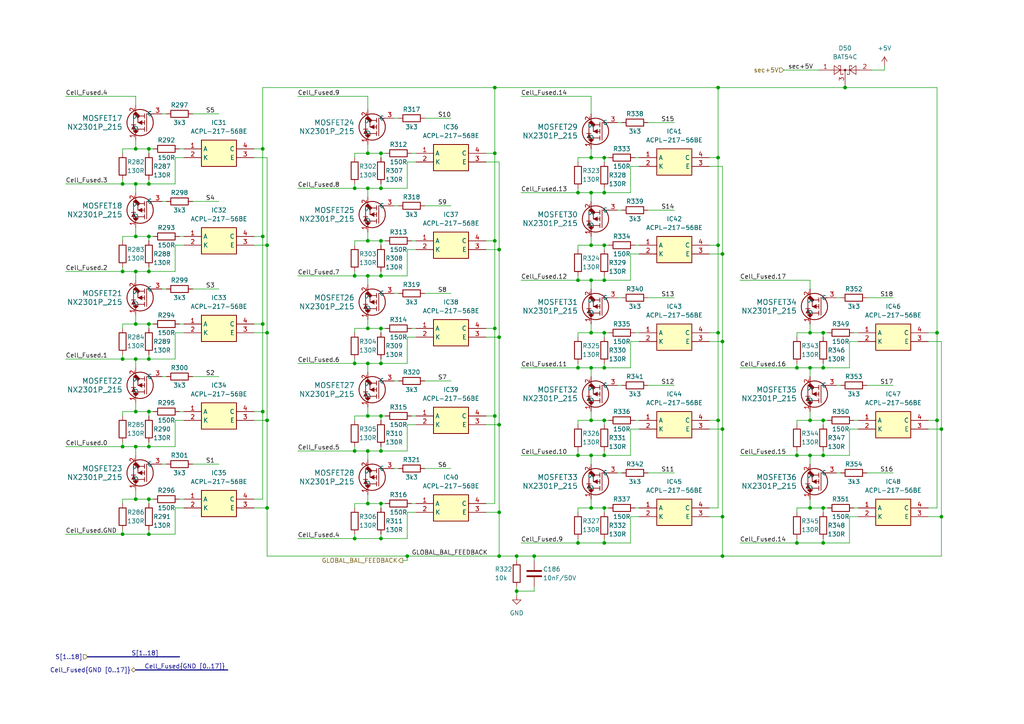
<source format=kicad_sch>
(kicad_sch (version 20230121) (generator eeschema)
  (paper "A4")
  (junction (at 106.68 80.01))
  (junction (at 77.47 147.32))
  (junction (at 175.26 132.08))
  (junction (at 245.11 25.4))
  (junction (at 144.78 161.29))
  (junction (at 43.18 43.18))
  (junction (at 175.26 96.52))
  (junction (at 39.37 93.98))
  (junction (at 106.68 105.41))
  (junction (at 43.18 93.98))
  (junction (at 209.55 161.29))
  (junction (at 110.49 105.41))
  (junction (at 35.56 78.74))
  (junction (at 143.51 120.65))
  (junction (at 39.37 53.34))
  (junction (at 43.18 119.38))
  (junction (at 110.49 156.21))
  (junction (at 106.68 130.81))
  (junction (at 143.51 44.45))
  (junction (at 118.11 161.29))
  (junction (at 167.64 55.88))
  (junction (at 77.47 121.92))
  (junction (at 76.2 68.58))
  (junction (at 43.18 144.78))
  (junction (at 102.87 130.81))
  (junction (at 234.95 121.92))
  (junction (at 238.76 147.32))
  (junction (at 110.49 120.65))
  (junction (at 234.95 147.32))
  (junction (at 209.55 149.86))
  (junction (at 231.14 132.08))
  (junction (at 143.51 25.4))
  (junction (at 171.45 106.68))
  (junction (at 106.68 146.05))
  (junction (at 167.64 157.48))
  (junction (at 175.26 106.68))
  (junction (at 43.18 104.14))
  (junction (at 43.18 68.58))
  (junction (at 77.47 71.12))
  (junction (at 144.78 123.19))
  (junction (at 273.05 124.46))
  (junction (at 110.49 80.01))
  (junction (at 106.68 69.85))
  (junction (at 167.64 106.68))
  (junction (at 106.68 95.25))
  (junction (at 271.78 96.52))
  (junction (at 35.56 129.54))
  (junction (at 171.45 81.28))
  (junction (at 208.28 71.12))
  (junction (at 209.55 73.66))
  (junction (at 144.78 97.79))
  (junction (at 144.78 148.59))
  (junction (at 106.68 120.65))
  (junction (at 175.26 55.88))
  (junction (at 102.87 80.01))
  (junction (at 231.14 157.48))
  (junction (at 175.26 81.28))
  (junction (at 35.56 53.34))
  (junction (at 110.49 44.45))
  (junction (at 171.45 45.72))
  (junction (at 39.37 129.54))
  (junction (at 76.2 93.98))
  (junction (at 175.26 157.48))
  (junction (at 209.55 124.46))
  (junction (at 102.87 156.21))
  (junction (at 102.87 105.41))
  (junction (at 238.76 121.92))
  (junction (at 171.45 147.32))
  (junction (at 234.95 106.68))
  (junction (at 171.45 132.08))
  (junction (at 154.94 161.29))
  (junction (at 149.86 161.29))
  (junction (at 76.2 119.38))
  (junction (at 39.37 78.74))
  (junction (at 149.86 171.45))
  (junction (at 238.76 157.48))
  (junction (at 234.95 132.08))
  (junction (at 238.76 106.68))
  (junction (at 106.68 44.45))
  (junction (at 271.78 121.92))
  (junction (at 35.56 104.14))
  (junction (at 77.47 96.52))
  (junction (at 43.18 154.94))
  (junction (at 144.78 72.39))
  (junction (at 106.68 54.61))
  (junction (at 175.26 71.12))
  (junction (at 35.56 154.94))
  (junction (at 208.28 25.4))
  (junction (at 273.05 149.86))
  (junction (at 43.18 78.74))
  (junction (at 110.49 130.81))
  (junction (at 171.45 96.52))
  (junction (at 171.45 55.88))
  (junction (at 143.51 95.25))
  (junction (at 102.87 54.61))
  (junction (at 110.49 146.05))
  (junction (at 39.37 43.18))
  (junction (at 110.49 54.61))
  (junction (at 171.45 71.12))
  (junction (at 175.26 147.32))
  (junction (at 39.37 104.14))
  (junction (at 209.55 99.06))
  (junction (at 231.14 106.68))
  (junction (at 143.51 69.85))
  (junction (at 238.76 132.08))
  (junction (at 208.28 96.52))
  (junction (at 238.76 96.52))
  (junction (at 76.2 43.18))
  (junction (at 208.28 121.92))
  (junction (at 167.64 132.08))
  (junction (at 39.37 144.78))
  (junction (at 110.49 69.85))
  (junction (at 175.26 45.72))
  (junction (at 39.37 119.38))
  (junction (at 175.26 121.92))
  (junction (at 43.18 53.34))
  (junction (at 208.28 45.72))
  (junction (at 110.49 95.25))
  (junction (at 167.64 81.28))
  (junction (at 43.18 129.54))
  (junction (at 234.95 96.52))
  (junction (at 171.45 121.92))
  (junction (at 39.37 68.58))
  (wire (pts (xy 76.2 43.18) (xy 76.2 68.58)))
  (wire (pts (xy 247.65 96.52) (xy 248.92 96.52)))
  (wire (pts (xy 50.8 96.52) (xy 53.34 96.52)))
  (wire (pts (xy 102.87 69.85) (xy 102.87 71.12)))
  (wire (pts (xy 167.64 96.52) (xy 167.64 97.79)))
  (wire (pts (xy 167.64 80.01) (xy 167.64 81.28)))
  (wire (pts (xy 118.11 97.79) (xy 118.11 105.41)))
  (wire (pts (xy 151.13 81.28) (xy 167.64 81.28)))
  (wire (pts (xy 205.74 71.12) (xy 208.28 71.12)))
  (wire (pts (xy 106.68 143.51) (xy 106.68 146.05)))
  (wire (pts (xy 179.07 111.76) (xy 180.34 111.76)))
  (wire (pts (xy 182.88 99.06) (xy 182.88 106.68)))
  (wire (pts (xy 240.03 121.92) (xy 238.76 121.92)))
  (wire (pts (xy 43.18 128.27) (xy 43.18 129.54)))
  (wire (pts (xy 171.45 132.08) (xy 171.45 134.62)))
  (wire (pts (xy 208.28 45.72) (xy 208.28 71.12)))
  (wire (pts (xy 110.49 80.01) (xy 118.11 80.01)))
  (wire (pts (xy 175.26 105.41) (xy 175.26 106.68)))
  (wire (pts (xy 140.97 95.25) (xy 143.51 95.25)))
  (wire (pts (xy 50.8 147.32) (xy 50.8 154.94)))
  (wire (pts (xy 256.54 19.05) (xy 256.54 20.32)))
  (wire (pts (xy 35.56 77.47) (xy 35.56 78.74)))
  (wire (pts (xy 44.45 93.98) (xy 43.18 93.98)))
  (wire (pts (xy 140.97 69.85) (xy 143.51 69.85)))
  (wire (pts (xy 110.49 129.54) (xy 110.49 130.81)))
  (wire (pts (xy 246.38 124.46) (xy 246.38 132.08)))
  (wire (pts (xy 140.97 72.39) (xy 144.78 72.39)))
  (wire (pts (xy 175.26 81.28) (xy 182.88 81.28)))
  (wire (pts (xy 55.88 109.22) (xy 63.5 109.22)))
  (wire (pts (xy 179.07 60.96) (xy 180.34 60.96)))
  (wire (pts (xy 35.56 102.87) (xy 35.56 104.14)))
  (wire (pts (xy 167.64 54.61) (xy 167.64 55.88)))
  (wire (pts (xy 171.45 119.38) (xy 171.45 121.92)))
  (wire (pts (xy 43.18 144.78) (xy 43.18 146.05)))
  (wire (pts (xy 175.26 45.72) (xy 175.26 46.99)))
  (wire (pts (xy 209.55 73.66) (xy 209.55 99.06)))
  (wire (pts (xy 106.68 95.25) (xy 110.49 95.25)))
  (wire (pts (xy 205.74 99.06) (xy 209.55 99.06)))
  (wire (pts (xy 184.15 45.72) (xy 185.42 45.72)))
  (wire (pts (xy 46.99 134.62) (xy 48.26 134.62)))
  (wire (pts (xy 167.64 130.81) (xy 167.64 132.08)))
  (wire (pts (xy 118.11 46.99) (xy 118.11 54.61)))
  (wire (pts (xy 102.87 120.65) (xy 106.68 120.65)))
  (wire (pts (xy 234.95 147.32) (xy 238.76 147.32)))
  (wire (pts (xy 106.68 54.61) (xy 106.68 57.15)))
  (wire (pts (xy 73.66 43.18) (xy 76.2 43.18)))
  (wire (pts (xy 171.45 45.72) (xy 175.26 45.72)))
  (wire (pts (xy 247.65 121.92) (xy 248.92 121.92)))
  (wire (pts (xy 140.97 123.19) (xy 144.78 123.19)))
  (wire (pts (xy 208.28 71.12) (xy 208.28 96.52)))
  (wire (pts (xy 151.13 55.88) (xy 167.64 55.88)))
  (wire (pts (xy 214.63 132.08) (xy 231.14 132.08)))
  (wire (pts (xy 35.56 93.98) (xy 35.56 95.25)))
  (wire (pts (xy 167.64 121.92) (xy 171.45 121.92)))
  (wire (pts (xy 35.56 119.38) (xy 39.37 119.38)))
  (wire (pts (xy 231.14 147.32) (xy 231.14 148.59)))
  (wire (pts (xy 171.45 68.58) (xy 171.45 71.12)))
  (wire (pts (xy 35.56 43.18) (xy 39.37 43.18)))
  (wire (pts (xy 39.37 119.38) (xy 43.18 119.38)))
  (wire (pts (xy 35.56 53.34) (xy 39.37 53.34)))
  (wire (pts (xy 273.05 99.06) (xy 273.05 124.46)))
  (wire (pts (xy 76.2 25.4) (xy 143.51 25.4)))
  (wire (pts (xy 214.63 106.68) (xy 231.14 106.68)))
  (wire (pts (xy 35.56 52.07) (xy 35.56 53.34)))
  (wire (pts (xy 35.56 129.54) (xy 39.37 129.54)))
  (wire (pts (xy 73.66 147.32) (xy 77.47 147.32)))
  (wire (pts (xy 269.24 149.86) (xy 273.05 149.86)))
  (wire (pts (xy 102.87 129.54) (xy 102.87 130.81)))
  (wire (pts (xy 35.56 93.98) (xy 39.37 93.98)))
  (wire (pts (xy 234.95 93.98) (xy 234.95 96.52)))
  (wire (pts (xy 140.97 148.59) (xy 144.78 148.59)))
  (wire (pts (xy 187.96 60.96) (xy 195.58 60.96)))
  (wire (pts (xy 106.68 130.81) (xy 106.68 133.35)))
  (wire (pts (xy 77.47 121.92) (xy 77.47 147.32)))
  (wire (pts (xy 175.26 156.21) (xy 175.26 157.48)))
  (wire (pts (xy 55.88 134.62) (xy 63.5 134.62)))
  (wire (pts (xy 167.64 157.48) (xy 175.26 157.48)))
  (wire (pts (xy 110.49 154.94) (xy 110.49 156.21)))
  (wire (pts (xy 55.88 33.02) (xy 63.5 33.02)))
  (wire (pts (xy 209.55 99.06) (xy 209.55 124.46)))
  (wire (pts (xy 110.49 146.05) (xy 110.49 147.32)))
  (wire (pts (xy 43.18 78.74) (xy 50.8 78.74)))
  (wire (pts (xy 43.18 129.54) (xy 50.8 129.54)))
  (wire (pts (xy 110.49 53.34) (xy 110.49 54.61)))
  (wire (pts (xy 208.28 25.4) (xy 245.11 25.4)))
  (wire (pts (xy 44.45 119.38) (xy 43.18 119.38)))
  (wire (pts (xy 242.57 137.16) (xy 243.84 137.16)))
  (wire (pts (xy 114.3 85.09) (xy 115.57 85.09)))
  (wire (pts (xy 176.53 121.92) (xy 175.26 121.92)))
  (wire (pts (xy 43.18 52.07) (xy 43.18 53.34)))
  (wire (pts (xy 73.66 121.92) (xy 77.47 121.92)))
  (wire (pts (xy 110.49 44.45) (xy 110.49 45.72)))
  (wire (pts (xy 234.95 106.68) (xy 234.95 109.22)))
  (wire (pts (xy 102.87 154.94) (xy 102.87 156.21)))
  (wire (pts (xy 269.24 96.52) (xy 271.78 96.52)))
  (wire (pts (xy 171.45 106.68) (xy 171.45 109.22)))
  (wire (pts (xy 102.87 146.05) (xy 102.87 147.32)))
  (wire (pts (xy 234.95 81.28) (xy 234.95 83.82)))
  (wire (pts (xy 149.86 161.29) (xy 154.94 161.29)))
  (wire (pts (xy 73.66 144.78) (xy 76.2 144.78)))
  (wire (pts (xy 118.11 72.39) (xy 120.65 72.39)))
  (wire (pts (xy 73.66 96.52) (xy 77.47 96.52)))
  (wire (pts (xy 123.19 59.69) (xy 130.81 59.69)))
  (wire (pts (xy 167.64 71.12) (xy 171.45 71.12)))
  (wire (pts (xy 182.88 48.26) (xy 185.42 48.26)))
  (wire (pts (xy 273.05 149.86) (xy 273.05 161.29)))
  (wire (pts (xy 119.38 69.85) (xy 120.65 69.85)))
  (wire (pts (xy 171.45 132.08) (xy 175.26 132.08)))
  (wire (pts (xy 179.07 35.56) (xy 180.34 35.56)))
  (wire (pts (xy 247.65 147.32) (xy 248.92 147.32)))
  (wire (pts (xy 231.14 130.81) (xy 231.14 132.08)))
  (wire (pts (xy 246.38 99.06) (xy 246.38 106.68)))
  (wire (pts (xy 86.36 156.21) (xy 102.87 156.21)))
  (wire (pts (xy 106.68 120.65) (xy 110.49 120.65)))
  (wire (pts (xy 19.05 129.54) (xy 35.56 129.54)))
  (wire (pts (xy 171.45 96.52) (xy 175.26 96.52)))
  (wire (pts (xy 43.18 104.14) (xy 50.8 104.14)))
  (wire (pts (xy 19.05 154.94) (xy 35.56 154.94)))
  (wire (pts (xy 86.36 105.41) (xy 102.87 105.41)))
  (wire (pts (xy 231.14 157.48) (xy 238.76 157.48)))
  (wire (pts (xy 118.11 148.59) (xy 120.65 148.59)))
  (wire (pts (xy 246.38 149.86) (xy 248.92 149.86)))
  (wire (pts (xy 110.49 69.85) (xy 110.49 71.12)))
  (wire (pts (xy 140.97 146.05) (xy 143.51 146.05)))
  (wire (pts (xy 175.26 121.92) (xy 175.26 123.19)))
  (wire (pts (xy 149.86 161.29) (xy 149.86 162.56)))
  (wire (pts (xy 151.13 106.68) (xy 167.64 106.68)))
  (wire (pts (xy 35.56 153.67) (xy 35.56 154.94)))
  (wire (pts (xy 118.11 72.39) (xy 118.11 80.01)))
  (wire (pts (xy 35.56 104.14) (xy 39.37 104.14)))
  (wire (pts (xy 205.74 121.92) (xy 208.28 121.92)))
  (wire (pts (xy 35.56 144.78) (xy 39.37 144.78)))
  (wire (pts (xy 123.19 85.09) (xy 130.81 85.09)))
  (wire (pts (xy 46.99 83.82) (xy 48.26 83.82)))
  (wire (pts (xy 234.95 119.38) (xy 234.95 121.92)))
  (wire (pts (xy 118.11 148.59) (xy 118.11 156.21)))
  (wire (pts (xy 231.14 121.92) (xy 234.95 121.92)))
  (wire (pts (xy 144.78 123.19) (xy 144.78 148.59)))
  (wire (pts (xy 39.37 129.54) (xy 39.37 132.08)))
  (wire (pts (xy 184.15 121.92) (xy 185.42 121.92)))
  (wire (pts (xy 167.64 147.32) (xy 171.45 147.32)))
  (wire (pts (xy 111.76 44.45) (xy 110.49 44.45)))
  (wire (pts (xy 43.18 153.67) (xy 43.18 154.94)))
  (wire (pts (xy 144.78 46.99) (xy 144.78 72.39)))
  (wire (pts (xy 119.38 146.05) (xy 120.65 146.05)))
  (wire (pts (xy 106.68 105.41) (xy 106.68 107.95)))
  (wire (pts (xy 102.87 44.45) (xy 102.87 45.72)))
  (wire (pts (xy 167.64 45.72) (xy 171.45 45.72)))
  (wire (pts (xy 43.18 93.98) (xy 43.18 95.25)))
  (wire (pts (xy 242.57 86.36) (xy 243.84 86.36)))
  (wire (pts (xy 110.49 120.65) (xy 110.49 121.92)))
  (wire (pts (xy 50.8 96.52) (xy 50.8 104.14)))
  (wire (pts (xy 35.56 78.74) (xy 39.37 78.74)))
  (wire (pts (xy 182.88 124.46) (xy 185.42 124.46)))
  (wire (pts (xy 269.24 124.46) (xy 273.05 124.46)))
  (wire (pts (xy 43.18 53.34) (xy 50.8 53.34)))
  (wire (pts (xy 171.45 43.18) (xy 171.45 45.72)))
  (wire (pts (xy 144.78 72.39) (xy 144.78 97.79)))
  (wire (pts (xy 123.19 135.89) (xy 130.81 135.89)))
  (wire (pts (xy 273.05 124.46) (xy 273.05 149.86)))
  (wire (pts (xy 106.68 146.05) (xy 110.49 146.05)))
  (wire (pts (xy 205.74 147.32) (xy 208.28 147.32)))
  (wire (pts (xy 175.26 71.12) (xy 175.26 72.39)))
  (wire (pts (xy 205.74 48.26) (xy 209.55 48.26)))
  (wire (pts (xy 234.95 96.52) (xy 238.76 96.52)))
  (wire (pts (xy 50.8 147.32) (xy 53.34 147.32)))
  (wire (pts (xy 86.36 130.81) (xy 102.87 130.81)))
  (wire (pts (xy 46.99 33.02) (xy 48.26 33.02)))
  (wire (pts (xy 43.18 119.38) (xy 43.18 120.65)))
  (wire (pts (xy 144.78 161.29) (xy 149.86 161.29)))
  (wire (pts (xy 214.63 81.28) (xy 234.95 81.28)))
  (wire (pts (xy 44.45 43.18) (xy 43.18 43.18)))
  (wire (pts (xy 171.45 71.12) (xy 175.26 71.12)))
  (wire (pts (xy 269.24 121.92) (xy 271.78 121.92)))
  (wire (pts (xy 35.56 68.58) (xy 35.56 69.85)))
  (wire (pts (xy 102.87 69.85) (xy 106.68 69.85)))
  (wire (pts (xy 238.76 106.68) (xy 246.38 106.68)))
  (wire (pts (xy 151.13 157.48) (xy 167.64 157.48)))
  (wire (pts (xy 111.76 146.05) (xy 110.49 146.05)))
  (wire (pts (xy 43.18 102.87) (xy 43.18 104.14)))
  (wire (pts (xy 19.05 27.94) (xy 39.37 27.94)))
  (wire (pts (xy 77.47 71.12) (xy 77.47 96.52)))
  (wire (pts (xy 167.64 96.52) (xy 171.45 96.52)))
  (wire (pts (xy 86.36 54.61) (xy 102.87 54.61)))
  (wire (pts (xy 76.2 25.4) (xy 76.2 43.18)))
  (wire (pts (xy 149.86 171.45) (xy 154.94 171.45)))
  (wire (pts (xy 251.46 111.76) (xy 259.08 111.76)))
  (wire (pts (xy 154.94 170.18) (xy 154.94 171.45)))
  (wire (pts (xy 245.11 25.4) (xy 271.78 25.4)))
  (wire (pts (xy 176.53 96.52) (xy 175.26 96.52)))
  (wire (pts (xy 208.28 96.52) (xy 208.28 121.92)))
  (wire (pts (xy 43.18 68.58) (xy 43.18 69.85)))
  (wire (pts (xy 110.49 130.81) (xy 118.11 130.81)))
  (wire (pts (xy 52.07 144.78) (xy 53.34 144.78)))
  (wire (pts (xy 39.37 68.58) (xy 43.18 68.58)))
  (wire (pts (xy 175.26 106.68) (xy 182.88 106.68)))
  (wire (pts (xy 167.64 121.92) (xy 167.64 123.19)))
  (wire (pts (xy 52.07 43.18) (xy 53.34 43.18)))
  (wire (pts (xy 19.05 53.34) (xy 35.56 53.34)))
  (wire (pts (xy 171.45 93.98) (xy 171.45 96.52)))
  (wire (pts (xy 39.37 78.74) (xy 39.37 81.28)))
  (wire (pts (xy 114.3 34.29) (xy 115.57 34.29)))
  (wire (pts (xy 118.11 97.79) (xy 120.65 97.79)))
  (wire (pts (xy 52.07 68.58) (xy 53.34 68.58)))
  (wire (pts (xy 102.87 95.25) (xy 106.68 95.25)))
  (wire (pts (xy 43.18 77.47) (xy 43.18 78.74)))
  (wire (pts (xy 73.66 45.72) (xy 77.47 45.72)))
  (wire (pts (xy 149.86 171.45) (xy 149.86 172.72)))
  (wire (pts (xy 234.95 132.08) (xy 238.76 132.08)))
  (wire (pts (xy 73.66 71.12) (xy 77.47 71.12)))
  (wire (pts (xy 116.84 162.56) (xy 118.11 162.56)))
  (wire (pts (xy 106.68 54.61) (xy 110.49 54.61)))
  (wire (pts (xy 39.37 129.54) (xy 43.18 129.54)))
  (wire (pts (xy 110.49 54.61) (xy 118.11 54.61)))
  (wire (pts (xy 246.38 124.46) (xy 248.92 124.46)))
  (wire (pts (xy 175.26 54.61) (xy 175.26 55.88)))
  (wire (pts (xy 73.66 68.58) (xy 76.2 68.58)))
  (wire (pts (xy 140.97 46.99) (xy 144.78 46.99)))
  (wire (pts (xy 118.11 123.19) (xy 120.65 123.19)))
  (wire (pts (xy 151.13 27.94) (xy 171.45 27.94)))
  (wire (pts (xy 106.68 80.01) (xy 110.49 80.01)))
  (wire (pts (xy 179.07 137.16) (xy 180.34 137.16)))
  (wire (pts (xy 246.38 149.86) (xy 246.38 157.48)))
  (wire (pts (xy 251.46 137.16) (xy 259.08 137.16)))
  (wire (pts (xy 231.14 96.52) (xy 231.14 97.79)))
  (wire (pts (xy 39.37 144.78) (xy 43.18 144.78)))
  (wire (pts (xy 231.14 121.92) (xy 231.14 123.19)))
  (wire (pts (xy 171.45 55.88) (xy 171.45 58.42)))
  (wire (pts (xy 167.64 45.72) (xy 167.64 46.99)))
  (wire (pts (xy 110.49 95.25) (xy 110.49 96.52)))
  (wire (pts (xy 111.76 69.85) (xy 110.49 69.85)))
  (wire (pts (xy 106.68 92.71) (xy 106.68 95.25)))
  (wire (pts (xy 106.68 69.85) (xy 110.49 69.85)))
  (wire (pts (xy 231.14 106.68) (xy 234.95 106.68)))
  (wire (pts (xy 106.68 44.45) (xy 110.49 44.45)))
  (wire (pts (xy 231.14 105.41) (xy 231.14 106.68)))
  (wire (pts (xy 35.56 128.27) (xy 35.56 129.54)))
  (wire (pts (xy 46.99 109.22) (xy 48.26 109.22)))
  (wire (pts (xy 35.56 144.78) (xy 35.56 146.05)))
  (wire (pts (xy 43.18 154.94) (xy 50.8 154.94)))
  (wire (pts (xy 171.45 55.88) (xy 175.26 55.88)))
  (wire (pts (xy 110.49 156.21) (xy 118.11 156.21)))
  (wire (pts (xy 102.87 44.45) (xy 106.68 44.45)))
  (wire (pts (xy 238.76 157.48) (xy 246.38 157.48)))
  (wire (pts (xy 182.88 48.26) (xy 182.88 55.88)))
  (wire (pts (xy 143.51 25.4) (xy 143.51 44.45)))
  (wire (pts (xy 35.56 119.38) (xy 35.56 120.65)))
  (wire (pts (xy 231.14 132.08) (xy 234.95 132.08)))
  (wire (pts (xy 50.8 45.72) (xy 50.8 53.34)))
  (wire (pts (xy 119.38 95.25) (xy 120.65 95.25)))
  (wire (pts (xy 167.64 106.68) (xy 171.45 106.68)))
  (wire (pts (xy 50.8 71.12) (xy 50.8 78.74)))
  (wire (pts (xy 76.2 93.98) (xy 76.2 119.38)))
  (wire (pts (xy 234.95 106.68) (xy 238.76 106.68)))
  (wire (pts (xy 114.3 135.89) (xy 115.57 135.89)))
  (wire (pts (xy 102.87 104.14) (xy 102.87 105.41)))
  (wire (pts (xy 154.94 161.29) (xy 154.94 162.56)))
  (wire (pts (xy 171.45 147.32) (xy 175.26 147.32)))
  (wire (pts (xy 140.97 97.79) (xy 144.78 97.79)))
  (wire (pts (xy 175.26 132.08) (xy 182.88 132.08)))
  (wire (pts (xy 77.47 45.72) (xy 77.47 71.12)))
  (wire (pts (xy 205.74 124.46) (xy 209.55 124.46)))
  (wire (pts (xy 205.74 45.72) (xy 208.28 45.72)))
  (wire (pts (xy 39.37 66.04) (xy 39.37 68.58)))
  (wire (pts (xy 149.86 170.18) (xy 149.86 171.45)))
  (wire (pts (xy 73.66 119.38) (xy 76.2 119.38)))
  (wire (pts (xy 110.49 104.14) (xy 110.49 105.41)))
  (wire (pts (xy 143.51 95.25) (xy 143.51 120.65)))
  (wire (pts (xy 175.26 55.88) (xy 182.88 55.88)))
  (wire (pts (xy 187.96 86.36) (xy 195.58 86.36)))
  (wire (pts (xy 102.87 53.34) (xy 102.87 54.61)))
  (wire (pts (xy 187.96 111.76) (xy 195.58 111.76)))
  (wire (pts (xy 123.19 34.29) (xy 130.81 34.29)))
  (wire (pts (xy 208.28 121.92) (xy 208.28 147.32)))
  (wire (pts (xy 187.96 35.56) (xy 195.58 35.56)))
  (wire (pts (xy 55.88 83.82) (xy 63.5 83.82)))
  (wire (pts (xy 39.37 53.34) (xy 39.37 55.88)))
  (wire (pts (xy 106.68 130.81) (xy 110.49 130.81)))
  (wire (pts (xy 118.11 46.99) (xy 120.65 46.99)))
  (bus (pts (xy 25.4 190.5) (xy 52.07 190.5)))
  (wire (pts (xy 238.76 121.92) (xy 238.76 123.19)))
  (wire (pts (xy 251.46 86.36) (xy 259.08 86.36)))
  (wire (pts (xy 238.76 147.32) (xy 238.76 148.59)))
  (wire (pts (xy 167.64 71.12) (xy 167.64 72.39)))
  (wire (pts (xy 231.14 96.52) (xy 234.95 96.52)))
  (wire (pts (xy 114.3 110.49) (xy 115.57 110.49)))
  (wire (pts (xy 175.26 96.52) (xy 175.26 97.79)))
  (wire (pts (xy 19.05 78.74) (xy 35.56 78.74)))
  (wire (pts (xy 111.76 95.25) (xy 110.49 95.25)))
  (wire (pts (xy 118.11 161.29) (xy 118.11 162.56)))
  (wire (pts (xy 106.68 27.94) (xy 106.68 31.75)))
  (wire (pts (xy 44.45 144.78) (xy 43.18 144.78)))
  (wire (pts (xy 252.73 20.32) (xy 256.54 20.32)))
  (wire (pts (xy 175.26 147.32) (xy 175.26 148.59)))
  (wire (pts (xy 167.64 81.28) (xy 171.45 81.28)))
  (wire (pts (xy 76.2 119.38) (xy 76.2 144.78)))
  (wire (pts (xy 44.45 68.58) (xy 43.18 68.58)))
  (wire (pts (xy 39.37 40.64) (xy 39.37 43.18)))
  (wire (pts (xy 154.94 161.29) (xy 209.55 161.29)))
  (wire (pts (xy 234.95 132.08) (xy 234.95 134.62)))
  (wire (pts (xy 102.87 95.25) (xy 102.87 96.52)))
  (wire (pts (xy 102.87 130.81) (xy 106.68 130.81)))
  (wire (pts (xy 167.64 55.88) (xy 171.45 55.88)))
  (wire (pts (xy 123.19 110.49) (xy 130.81 110.49)))
  (wire (pts (xy 52.07 119.38) (xy 53.34 119.38)))
  (wire (pts (xy 118.11 161.29) (xy 144.78 161.29)))
  (wire (pts (xy 171.45 81.28) (xy 175.26 81.28)))
  (wire (pts (xy 227.33 20.32) (xy 237.49 20.32)))
  (wire (pts (xy 175.26 80.01) (xy 175.26 81.28)))
  (wire (pts (xy 50.8 45.72) (xy 53.34 45.72)))
  (wire (pts (xy 39.37 78.74) (xy 43.18 78.74)))
  (wire (pts (xy 35.56 154.94) (xy 43.18 154.94)))
  (wire (pts (xy 176.53 45.72) (xy 175.26 45.72)))
  (wire (pts (xy 118.11 123.19) (xy 118.11 130.81)))
  (wire (pts (xy 39.37 43.18) (xy 43.18 43.18)))
  (wire (pts (xy 143.51 25.4) (xy 208.28 25.4)))
  (wire (pts (xy 231.14 156.21) (xy 231.14 157.48)))
  (wire (pts (xy 184.15 147.32) (xy 185.42 147.32)))
  (wire (pts (xy 102.87 54.61) (xy 106.68 54.61)))
  (wire (pts (xy 246.38 99.06) (xy 248.92 99.06)))
  (wire (pts (xy 106.68 41.91) (xy 106.68 44.45)))
  (wire (pts (xy 184.15 71.12) (xy 185.42 71.12)))
  (wire (pts (xy 238.76 156.21) (xy 238.76 157.48)))
  (wire (pts (xy 269.24 99.06) (xy 273.05 99.06)))
  (wire (pts (xy 167.64 156.21) (xy 167.64 157.48)))
  (wire (pts (xy 73.66 93.98) (xy 76.2 93.98)))
  (wire (pts (xy 46.99 58.42) (xy 48.26 58.42)))
  (wire (pts (xy 55.88 58.42) (xy 63.5 58.42)))
  (wire (pts (xy 52.07 93.98) (xy 53.34 93.98)))
  (wire (pts (xy 140.97 44.45) (xy 143.51 44.45)))
  (wire (pts (xy 238.76 105.41) (xy 238.76 106.68)))
  (wire (pts (xy 39.37 104.14) (xy 43.18 104.14)))
  (wire (pts (xy 76.2 68.58) (xy 76.2 93.98)))
  (wire (pts (xy 102.87 156.21) (xy 110.49 156.21)))
  (wire (pts (xy 143.51 44.45) (xy 143.51 69.85)))
  (wire (pts (xy 167.64 132.08) (xy 171.45 132.08)))
  (wire (pts (xy 102.87 80.01) (xy 106.68 80.01)))
  (wire (pts (xy 39.37 104.14) (xy 39.37 106.68)))
  (wire (pts (xy 39.37 93.98) (xy 43.18 93.98)))
  (wire (pts (xy 171.45 27.94) (xy 171.45 33.02)))
  (wire (pts (xy 187.96 137.16) (xy 195.58 137.16)))
  (wire (pts (xy 209.55 48.26) (xy 209.55 73.66)))
  (wire (pts (xy 238.76 130.81) (xy 238.76 132.08)))
  (bus (pts (xy 39.37 194.31) (xy 66.04 194.31)))
  (wire (pts (xy 182.88 149.86) (xy 182.88 157.48)))
  (wire (pts (xy 143.51 69.85) (xy 143.51 95.25)))
  (wire (pts (xy 102.87 78.74) (xy 102.87 80.01)))
  (wire (pts (xy 238.76 96.52) (xy 238.76 97.79)))
  (wire (pts (xy 214.63 157.48) (xy 231.14 157.48)))
  (wire (pts (xy 110.49 78.74) (xy 110.49 80.01)))
  (wire (pts (xy 151.13 132.08) (xy 167.64 132.08)))
  (wire (pts (xy 242.57 111.76) (xy 243.84 111.76)))
  (wire (pts (xy 205.74 149.86) (xy 209.55 149.86)))
  (wire (pts (xy 184.15 96.52) (xy 185.42 96.52)))
  (wire (pts (xy 39.37 27.94) (xy 39.37 30.48)))
  (wire (pts (xy 143.51 120.65) (xy 143.51 146.05)))
  (wire (pts (xy 171.45 144.78) (xy 171.45 147.32)))
  (wire (pts (xy 35.56 43.18) (xy 35.56 44.45)))
  (wire (pts (xy 176.53 147.32) (xy 175.26 147.32)))
  (wire (pts (xy 102.87 120.65) (xy 102.87 121.92)))
  (wire (pts (xy 182.88 73.66) (xy 182.88 81.28)))
  (wire (pts (xy 39.37 116.84) (xy 39.37 119.38)))
  (wire (pts (xy 182.88 99.06) (xy 185.42 99.06)))
  (wire (pts (xy 106.68 67.31) (xy 106.68 69.85)))
  (wire (pts (xy 240.03 96.52) (xy 238.76 96.52)))
  (wire (pts (xy 35.56 68.58) (xy 39.37 68.58)))
  (wire (pts (xy 182.88 124.46) (xy 182.88 132.08)))
  (wire (pts (xy 167.64 105.41) (xy 167.64 106.68)))
  (wire (pts (xy 43.18 43.18) (xy 43.18 44.45)))
  (wire (pts (xy 176.53 71.12) (xy 175.26 71.12)))
  (wire (pts (xy 50.8 121.92) (xy 50.8 129.54)))
  (wire (pts (xy 238.76 132.08) (xy 246.38 132.08)))
  (wire (pts (xy 182.88 149.86) (xy 185.42 149.86)))
  (wire (pts (xy 19.05 104.14) (xy 35.56 104.14)))
  (wire (pts (xy 208.28 25.4) (xy 208.28 45.72)))
  (wire (pts (xy 179.07 86.36) (xy 180.34 86.36)))
  (wire (pts (xy 50.8 71.12) (xy 53.34 71.12)))
  (wire (pts (xy 39.37 53.34) (xy 43.18 53.34)))
  (wire (pts (xy 271.78 96.52) (xy 271.78 121.92)))
  (wire (pts (xy 39.37 142.24) (xy 39.37 144.78)))
  (wire (pts (xy 144.78 148.59) (xy 144.78 161.29)))
  (wire (pts (xy 39.37 91.44) (xy 39.37 93.98)))
  (wire (pts (xy 171.45 106.68) (xy 175.26 106.68)))
  (wire (pts (xy 269.24 147.32) (xy 271.78 147.32)))
  (wire (pts (xy 106.68 105.41) (xy 110.49 105.41)))
  (wire (pts (xy 111.76 120.65) (xy 110.49 120.65)))
  (wire (pts (xy 102.87 146.05) (xy 106.68 146.05)))
  (wire (pts (xy 171.45 121.92) (xy 175.26 121.92)))
  (wire (pts (xy 234.95 144.78) (xy 234.95 147.32)))
  (wire (pts (xy 234.95 121.92) (xy 238.76 121.92)))
  (wire (pts (xy 271.78 25.4) (xy 271.78 96.52)))
  (wire (pts (xy 77.47 147.32) (xy 77.47 161.29)))
  (wire (pts (xy 182.88 73.66) (xy 185.42 73.66)))
  (wire (pts (xy 205.74 73.66) (xy 209.55 73.66)))
  (wire (pts (xy 77.47 96.52) (xy 77.47 121.92)))
  (wire (pts (xy 110.49 105.41) (xy 118.11 105.41)))
  (wire (pts (xy 209.55 124.46) (xy 209.55 149.86)))
  (wire (pts (xy 102.87 105.41) (xy 106.68 105.41)))
  (wire (pts (xy 209.55 161.29) (xy 273.05 161.29)))
  (wire (pts (xy 209.55 149.86) (xy 209.55 161.29)))
  (wire (pts (xy 240.03 147.32) (xy 238.76 147.32)))
  (wire (pts (xy 106.68 118.11) (xy 106.68 120.65)))
  (wire (pts (xy 140.97 120.65) (xy 143.51 120.65)))
  (wire (pts (xy 175.26 157.48) (xy 182.88 157.48)))
  (wire (pts (xy 50.8 121.92) (xy 53.34 121.92)))
  (wire (pts (xy 106.68 80.01) (xy 106.68 82.55)))
  (wire (pts (xy 86.36 27.94) (xy 106.68 27.94)))
  (wire (pts (xy 231.14 147.32) (xy 234.95 147.32)))
  (wire (pts (xy 205.74 96.52) (xy 208.28 96.52)))
  (wire (pts (xy 119.38 44.45) (xy 120.65 44.45)))
  (wire (pts (xy 77.47 161.29) (xy 118.11 161.29)))
  (wire (pts (xy 271.78 121.92) (xy 271.78 147.32)))
  (wire (pts (xy 114.3 59.69) (xy 115.57 59.69)))
  (wire (pts (xy 119.38 120.65) (xy 120.65 120.65)))
  (wire (pts (xy 167.64 147.32) (xy 167.64 148.59)))
  (wire (pts (xy 144.78 97.79) (xy 144.78 123.19)))
  (wire (pts (xy 175.26 130.81) (xy 175.26 132.08)))
  (wire (pts (xy 86.36 80.01) (xy 102.87 80.01)))
  (wire (pts (xy 171.45 81.28) (xy 171.45 83.82)))
  (label "Cell_Fused.15" (at 214.63 132.08 0))
  (label "S[1..18]" (at 38.1 190.5 0))
  (label "S16" (at 255.27 137.16 0))
  (label "Cell_Fused{GND [0..17]}" (at 41.91 194.31 0))
  (label "S6" (at 127 135.89 0))
  (label "S13" (at 191.77 86.36 0))
  (label "S7" (at 127 110.49 0))
  (label "Cell_Fused.5" (at 86.36 130.81 0))
  (label "Cell_Fused.7" (at 86.36 80.01 0))
  (label "Cell_Fused.8" (at 86.36 54.61 0))
  (label "GLOBAL_BAL_FEEDBACK" (at 119.38 161.29 0))
  (label "Cell_Fused.11" (at 151.13 106.68 0))
  (label "S1" (at 59.69 134.62 0))
  (label "S18" (at 255.27 86.36 0))
  (label "Cell_Fused.0" (at 19.05 129.54 0))
  (label "Cell_Fused.4" (at 86.36 156.21 0))
  (label "sec+5V" (at 228.6 20.32 0))
  (label "Cell_Fused.14" (at 151.13 27.94 0))
  (label "Cell_Fused.3" (at 19.05 53.34 0))
  (label "Cell_Fused.17" (at 214.63 81.28 0))
  (label "S5" (at 59.69 33.02 0))
  (label "Cell_Fused.16" (at 214.63 106.68 0))
  (label "S9" (at 127 59.69 0))
  (label "Cell_Fused.2" (at 19.05 78.74 0))
  (label "Cell_Fused.9" (at 86.36 27.94 0))
  (label "Cell_Fused.6" (at 86.36 105.41 0))
  (label "Cell_Fused.13" (at 151.13 55.88 0))
  (label "S8" (at 127 85.09 0))
  (label "Cell_Fused.10" (at 151.13 132.08 0))
  (label "Cell_Fused.GND" (at 19.05 154.94 0))
  (label "S10" (at 127 34.29 0))
  (label "S3" (at 59.69 83.82 0))
  (label "Cell_Fused.4" (at 19.05 27.94 0))
  (label "S11" (at 191.77 137.16 0))
  (label "S17" (at 255.27 111.76 0))
  (label "Cell_Fused.1" (at 19.05 104.14 0))
  (label "S12" (at 191.77 111.76 0))
  (label "S15" (at 191.77 35.56 0))
  (label "Cell_Fused.9" (at 151.13 157.48 0))
  (label "Cell_Fused.14" (at 214.63 157.48 0))
  (label "S2" (at 59.69 109.22 0))
  (label "S4" (at 59.69 58.42 0))
  (label "S14" (at 191.77 60.96 0))
  (label "Cell_Fused.12" (at 151.13 81.28 0))
  (hierarchical_label "sec+5V" (shape input) (at 227.33 20.32 180))
  (hierarchical_label "GLOBAL_BAL_FEEDBACK" (shape output) (at 116.84 162.56 180))
  (hierarchical_label "Cell_Fused{GND [0..17]}" (shape bidirectional) (at 39.37 194.31 180))
  (hierarchical_label "S[1..18]" (shape input) (at 25.4 190.5 180))
  (symbol (lib_id "Diode:BAT54C") (at 245.11 20.32 0) (unit 1)
    (property "Reference" "D21" (at 245.11 13.97 0))
    (property "Value" "BAT54C" (at 245.11 16.51 0))
    (property "Footprint" "Package_TO_SOT_SMD:SOT-23" (effects hide))
    (property "Datasheet" "http://www.diodes.com/_files/datasheets/ds11005.pdf" (effects hide))
    (instances (project "BMS-Slave" (path "" (reference "D50") (unit 1))))
  )
  (symbol (lib_id "ACPL-217-56BE:ACPL-217-56BE") (at 120.65 69.85 0) (unit 1)
    (property "Reference" "IC8" (at 130.81 62.23 0))
    (property "Value" "ACPL-217-56BE" (at 130.81 64.77 0))
    (property "Footprint" "ACPL-217:SOIC127P700X242-4N" (effects hide))
    (property "Datasheet" "https://componentsearchengine.com/Datasheets/2/ACPL-217-56BE.pdf" (effects hide))
    (property "Height" "2.42" (effects hide))
    (property "Manufacturer_Name" "Avago Technologies" (effects hide))
    (property "Manufacturer_Part_Number" "ACPL-217-56BE" (effects hide))
    (property "Mouser Part Number" "630-ACPL-217-56BE" (effects hide))
    (property "Mouser Price/Stock" "https://www.mouser.co.uk/ProductDetail/Broadcom-Avago/ACPL-217-56BE?qs=dcm2zoLQumABa%2FcMDS685Q%3D%3D" (effects hide))
    (instances (project "BMS-Slave" (path "" (reference "IC37") (unit 1))))
  )
  (symbol (lib_id "Device:R") (at 238.76 152.4 0) (unit 1)
    (property "Reference" "R104" (at 240.03 152.4 0) (effects (justify left)))
    (property "Value" "130R" (at 240.03 154.94 0) (effects (justify left)))
    (property "Footprint" "Resistor_SMD:R_2010_5025Metric" (effects hide))
    (instances (project "BMS-Slave" (path "" (reference "R348") (unit 1))))
  )
  (symbol (lib_id "ACPL-217-56BE:ACPL-217-56BE") (at 120.65 95.25 0) (unit 1)
    (property "Reference" "IC9" (at 130.81 87.63 0))
    (property "Value" "ACPL-217-56BE" (at 130.81 90.17 0))
    (property "Footprint" "ACPL-217:SOIC127P700X242-4N" (effects hide))
    (property "Datasheet" "https://componentsearchengine.com/Datasheets/2/ACPL-217-56BE.pdf" (effects hide))
    (property "Height" "2.42" (effects hide))
    (property "Manufacturer_Name" "Avago Technologies" (effects hide))
    (property "Manufacturer_Part_Number" "ACPL-217-56BE" (effects hide))
    (property "Mouser Part Number" "630-ACPL-217-56BE" (effects hide))
    (property "Mouser Price/Stock" "https://www.mouser.co.uk/ProductDetail/Broadcom-Avago/ACPL-217-56BE?qs=dcm2zoLQumABa%2FcMDS685Q%3D%3D" (effects hide))
    (instances (project "BMS-Slave" (path "" (reference "IC38") (unit 1))))
  )
  (symbol (lib_id "Device:R") (at 48.26 43.18 90) (unit 1)
    (property "Reference" "R53" (at 48.26 40.64 90))
    (property "Value" "150R" (at 48.26 45.72 90))
    (property "Footprint" "Resistor_SMD:R_0603_1608Metric" (effects hide))
    (instances (project "BMS-Slave" (path "" (reference "R292") (unit 1))))
  )
  (symbol (lib_id "Device:R") (at 180.34 45.72 90) (unit 1)
    (property "Reference" "R85" (at 180.34 43.18 90))
    (property "Value" "150R" (at 180.34 48.26 90))
    (property "Footprint" "Resistor_SMD:R_0603_1608Metric" (effects hide))
    (instances (project "BMS-Slave" (path "" (reference "R333") (unit 1))))
  )
  (symbol (lib_id "Device:R") (at 184.15 86.36 90) (unit 1)
    (property "Reference" "R92" (at 184.15 83.82 90))
    (property "Value" "3k3" (at 184.15 88.9 90))
    (property "Footprint" "Resistor_SMD:R_0603_1608Metric" (effects hide))
    (instances (project "BMS-Slave" (path "" (reference "R340") (unit 1))))
  )
  (symbol (lib_id "Device:R") (at 48.26 144.78 90) (unit 1)
    (property "Reference" "R37" (at 48.26 142.24 90))
    (property "Value" "150R" (at 48.26 147.32 90))
    (property "Footprint" "Resistor_SMD:R_0603_1608Metric" (effects hide))
    (instances (project "BMS-Slave" (path "" (reference "R296") (unit 1))))
  )
  (symbol (lib_id "NX2301P_215:NX2301P_215") (at 242.57 111.76 180) (unit 1)
    (property "Reference" "MOSFET19" (at 231.14 113.03 0) (effects (font (size 1.524 1.524)) (justify left)))
    (property "Value" "NX2301P_215" (at 231.14 115.57 0) (effects (font (size 1.524 1.524)) (justify left)))
    (property "Footprint" "NX2301P,215:SOT23_TO-236AB_NEX" (effects hide))
    (property "Datasheet" "NX2301P_215" (effects hide))
    (instances (project "BMS-Slave" (path "" (reference "MOSFET35") (unit 1))))
  )
  (symbol (lib_id "Device:R") (at 102.87 151.13 0) (unit 1)
    (property "Reference" "R59" (at 104.14 149.86 0) (effects (justify left)))
    (property "Value" "130R" (at 104.14 152.4 0) (effects (justify left)))
    (property "Footprint" "Resistor_SMD:R_2010_5025Metric" (effects hide))
    (instances (project "BMS-Slave" (path "" (reference "R306") (unit 1))))
  )
  (symbol (lib_id "NX2301P_215:NX2301P_215") (at 46.99 109.22 180) (unit 1)
    (property "Reference" "MOSFET2" (at 35.56 110.49 0) (effects (font (size 1.524 1.524)) (justify left)))
    (property "Value" "NX2301P_215" (at 35.56 113.03 0) (effects (font (size 1.524 1.524)) (justify left)))
    (property "Footprint" "NX2301P,215:SOT23_TO-236AB_NEX" (effects hide))
    (property "Datasheet" "NX2301P_215" (effects hide))
    (instances (project "BMS-Slave" (path "" (reference "MOSFET22") (unit 1))))
  )
  (symbol (lib_id "Device:R") (at 238.76 127 0) (unit 1)
    (property "Reference" "R103" (at 240.03 127 0) (effects (justify left)))
    (property "Value" "130R" (at 240.03 129.54 0) (effects (justify left)))
    (property "Footprint" "Resistor_SMD:R_2010_5025Metric" (effects hide))
    (instances (project "BMS-Slave" (path "" (reference "R347") (unit 1))))
  )
  (symbol (lib_id "Device:R") (at 43.18 124.46 0) (unit 1)
    (property "Reference" "R40" (at 44.45 124.46 0) (effects (justify left)))
    (property "Value" "130R" (at 44.45 127 0) (effects (justify left)))
    (property "Footprint" "Resistor_SMD:R_2010_5025Metric" (effects hide))
    (instances (project "BMS-Slave" (path "" (reference "R290") (unit 1))))
  )
  (symbol (lib_id "Device:R") (at 149.86 166.37 0) (unit 1)
    (property "Reference" "R101" (at 143.51 165.1 0) (effects (justify left)))
    (property "Value" "10k" (at 143.51 167.64 0) (effects (justify left)))
    (property "Footprint" "Resistor_SMD:R_0201_0603Metric" (effects hide))
    (instances (project "BMS-Slave" (path "" (reference "R322") (unit 1))))
  )
  (symbol (lib_id "NX2301P_215:NX2301P_215") (at 46.99 58.42 180) (unit 1)
    (property "Reference" "MOSFET4" (at 35.56 59.69 0) (effects (font (size 1.524 1.524)) (justify left)))
    (property "Value" "NX2301P_215" (at 35.56 62.23 0) (effects (font (size 1.524 1.524)) (justify left)))
    (property "Footprint" "NX2301P,215:SOT23_TO-236AB_NEX" (effects hide))
    (property "Datasheet" "NX2301P_215" (effects hide))
    (instances (project "BMS-Slave" (path "" (reference "MOSFET18") (unit 1))))
  )
  (symbol (lib_id "Device:R") (at 115.57 95.25 90) (unit 1)
    (property "Reference" "R67" (at 115.57 92.71 90))
    (property "Value" "150R" (at 115.57 97.79 90))
    (property "Footprint" "Resistor_SMD:R_0603_1608Metric" (effects hide))
    (instances (project "BMS-Slave" (path "" (reference "R314") (unit 1))))
  )
  (symbol (lib_id "ACPL-217-56BE:ACPL-217-56BE") (at 185.42 147.32 0) (unit 1)
    (property "Reference" "IC16" (at 195.58 139.7 0))
    (property "Value" "ACPL-217-56BE" (at 195.58 142.24 0))
    (property "Footprint" "ACPL-217:SOIC127P700X242-4N" (effects hide))
    (property "Datasheet" "https://componentsearchengine.com/Datasheets/2/ACPL-217-56BE.pdf" (effects hide))
    (property "Height" "2.42" (effects hide))
    (property "Manufacturer_Name" "Avago Technologies" (effects hide))
    (property "Manufacturer_Part_Number" "ACPL-217-56BE" (effects hide))
    (property "Mouser Part Number" "630-ACPL-217-56BE" (effects hide))
    (property "Mouser Price/Stock" "https://www.mouser.co.uk/ProductDetail/Broadcom-Avago/ACPL-217-56BE?qs=dcm2zoLQumABa%2FcMDS685Q%3D%3D" (effects hide))
    (instances (project "BMS-Slave" (path "" (reference "IC45") (unit 1))))
  )
  (symbol (lib_id "Device:R") (at 184.15 60.96 90) (unit 1)
    (property "Reference" "R91" (at 184.15 58.42 90))
    (property "Value" "3k3" (at 184.15 63.5 90))
    (property "Footprint" "Resistor_SMD:R_0603_1608Metric" (effects hide))
    (instances (project "BMS-Slave" (path "" (reference "R339") (unit 1))))
  )
  (symbol (lib_id "Device:R") (at 180.34 121.92 90) (unit 1)
    (property "Reference" "R88" (at 180.34 119.38 90))
    (property "Value" "150R" (at 180.34 124.46 90))
    (property "Footprint" "Resistor_SMD:R_0603_1608Metric" (effects hide))
    (instances (project "BMS-Slave" (path "" (reference "R336") (unit 1))))
  )
  (symbol (lib_id "Device:R") (at 52.07 83.82 90) (unit 1)
    (property "Reference" "R46" (at 52.07 81.28 90))
    (property "Value" "3k3" (at 52.07 86.36 90))
    (property "Footprint" "Resistor_SMD:R_0603_1608Metric" (effects hide))
    (instances (project "BMS-Slave" (path "" (reference "R299") (unit 1))))
  )
  (symbol (lib_id "NX2301P_215:NX2301P_215") (at 114.3 59.69 180) (unit 1)
    (property "Reference" "MOSFET7" (at 102.87 60.96 0) (effects (font (size 1.524 1.524)) (justify left)))
    (property "Value" "NX2301P_215" (at 102.87 63.5 0) (effects (font (size 1.524 1.524)) (justify left)))
    (property "Footprint" "NX2301P,215:SOT23_TO-236AB_NEX" (effects hide))
    (property "Datasheet" "NX2301P_215" (effects hide))
    (instances (project "BMS-Slave" (path "" (reference "MOSFET25") (unit 1))))
  )
  (symbol (lib_id "Device:R") (at 35.56 48.26 0) (unit 1)
    (property "Reference" "R51" (at 36.83 46.99 0) (effects (justify left)))
    (property "Value" "130R" (at 36.83 49.53 0) (effects (justify left)))
    (property "Footprint" "Resistor_SMD:R_2010_5025Metric" (effects hide))
    (instances (project "BMS-Slave" (path "" (reference "R282") (unit 1))))
  )
  (symbol (lib_id "Device:R") (at 119.38 110.49 90) (unit 1)
    (property "Reference" "R73" (at 119.38 107.95 90))
    (property "Value" "3k3" (at 119.38 113.03 90))
    (property "Footprint" "Resistor_SMD:R_0603_1608Metric" (effects hide))
    (instances (project "BMS-Slave" (path "" (reference "R320") (unit 1))))
  )
  (symbol (lib_id "NX2301P_215:NX2301P_215") (at 179.07 35.56 180) (unit 1)
    (property "Reference" "MOSFET11" (at 167.64 36.83 0) (effects (font (size 1.524 1.524)) (justify left)))
    (property "Value" "NX2301P_215" (at 167.64 39.37 0) (effects (font (size 1.524 1.524)) (justify left)))
    (property "Footprint" "NX2301P,215:SOT23_TO-236AB_NEX" (effects hide))
    (property "Datasheet" "NX2301P_215" (effects hide))
    (instances (project "BMS-Slave" (path "" (reference "MOSFET29") (unit 1))))
  )
  (symbol (lib_id "Device:R") (at 180.34 96.52 90) (unit 1)
    (property "Reference" "R87" (at 180.34 93.98 90))
    (property "Value" "150R" (at 180.34 99.06 90))
    (property "Footprint" "Resistor_SMD:R_0603_1608Metric" (effects hide))
    (instances (project "BMS-Slave" (path "" (reference "R335") (unit 1))))
  )
  (symbol (lib_id "Device:R") (at 115.57 120.65 90) (unit 1)
    (property "Reference" "R68" (at 115.57 118.11 90))
    (property "Value" "150R" (at 115.57 123.19 90))
    (property "Footprint" "Resistor_SMD:R_0603_1608Metric" (effects hide))
    (instances (project "BMS-Slave" (path "" (reference "R315") (unit 1))))
  )
  (symbol (lib_id "Device:R") (at 110.49 125.73 0) (unit 1)
    (property "Reference" "R63" (at 111.76 125.73 0) (effects (justify left)))
    (property "Value" "130R" (at 111.76 128.27 0) (effects (justify left)))
    (property "Footprint" "Resistor_SMD:R_2010_5025Metric" (effects hide))
    (instances (project "BMS-Slave" (path "" (reference "R310") (unit 1))))
  )
  (symbol (lib_id "Device:R") (at 231.14 101.6 0) (unit 1)
    (property "Reference" "R95" (at 232.41 100.33 0) (effects (justify left)))
    (property "Value" "130R" (at 232.41 102.87 0) (effects (justify left)))
    (property "Footprint" "Resistor_SMD:R_2010_5025Metric" (effects hide))
    (instances (project "BMS-Slave" (path "" (reference "R343") (unit 1))))
  )
  (symbol (lib_id "Device:R") (at 115.57 44.45 90) (unit 1)
    (property "Reference" "R65" (at 115.57 41.91 90))
    (property "Value" "150R" (at 115.57 46.99 90))
    (property "Footprint" "Resistor_SMD:R_0603_1608Metric" (effects hide))
    (instances (project "BMS-Slave" (path "" (reference "R312") (unit 1))))
  )
  (symbol (lib_id "Device:R") (at 180.34 147.32 90) (unit 1)
    (property "Reference" "R89" (at 180.34 144.78 90))
    (property "Value" "150R" (at 180.34 149.86 90))
    (property "Footprint" "Resistor_SMD:R_0603_1608Metric" (effects hide))
    (instances (project "BMS-Slave" (path "" (reference "R337") (unit 1))))
  )
  (symbol (lib_id "NX2301P_215:NX2301P_215") (at 179.07 137.16 180) (unit 1)
    (property "Reference" "MOSFET15" (at 167.64 138.43 0) (effects (font (size 1.524 1.524)) (justify left)))
    (property "Value" "NX2301P_215" (at 167.64 140.97 0) (effects (font (size 1.524 1.524)) (justify left)))
    (property "Footprint" "NX2301P,215:SOT23_TO-236AB_NEX" (effects hide))
    (property "Datasheet" "NX2301P_215" (effects hide))
    (instances (project "BMS-Slave" (path "" (reference "MOSFET33") (unit 1))))
  )
  (symbol (lib_id "Device:R") (at 119.38 135.89 90) (unit 1)
    (property "Reference" "R74" (at 119.38 133.35 90))
    (property "Value" "3k3" (at 119.38 138.43 90))
    (property "Footprint" "Resistor_SMD:R_0603_1608Metric" (effects hide))
    (instances (project "BMS-Slave" (path "" (reference "R321") (unit 1))))
  )
  (symbol (lib_id "Device:R") (at 52.07 109.22 90) (unit 1)
    (property "Reference" "R42" (at 52.07 106.68 90))
    (property "Value" "3k3" (at 52.07 111.76 90))
    (property "Footprint" "Resistor_SMD:R_0603_1608Metric" (effects hide))
    (instances (project "BMS-Slave" (path "" (reference "R300") (unit 1))))
  )
  (symbol (lib_id "Device:R") (at 48.26 93.98 90) (unit 1)
    (property "Reference" "R45" (at 48.26 91.44 90))
    (property "Value" "150R" (at 48.26 96.52 90))
    (property "Footprint" "Resistor_SMD:R_0603_1608Metric" (effects hide))
    (instances (project "BMS-Slave" (path "" (reference "R294") (unit 1))))
  )
  (symbol (lib_id "NX2301P_215:NX2301P_215") (at 242.57 137.16 180) (unit 1)
    (property "Reference" "MOSFET20" (at 231.14 138.43 0) (effects (font (size 1.524 1.524)) (justify left)))
    (property "Value" "NX2301P_215" (at 231.14 140.97 0) (effects (font (size 1.524 1.524)) (justify left)))
    (property "Footprint" "NX2301P,215:SOT23_TO-236AB_NEX" (effects hide))
    (property "Datasheet" "NX2301P_215" (effects hide))
    (instances (project "BMS-Slave" (path "" (reference "MOSFET36") (unit 1))))
  )
  (symbol (lib_id "power:+5V") (at 256.54 19.05 0) (unit 1)
    (property "Reference" "#PWR015" (effects hide))
    (property "Value" "+5V" (at 256.54 13.97 0))
    (instances (project "BMS-Slave" (path "" (reference "#PWR0124") (unit 1))))
  )
  (symbol (lib_id "NX2301P_215:NX2301P_215") (at 242.57 86.36 180) (unit 1)
    (property "Reference" "MOSFET16" (at 231.14 87.63 0) (effects (font (size 1.524 1.524)) (justify left)))
    (property "Value" "NX2301P_215" (at 231.14 90.17 0) (effects (font (size 1.524 1.524)) (justify left)))
    (property "Footprint" "NX2301P,215:SOT23_TO-236AB_NEX" (effects hide))
    (property "Datasheet" "NX2301P_215" (effects hide))
    (instances (project "BMS-Slave" (path "" (reference "MOSFET34") (unit 1))))
  )
  (symbol (lib_id "Device:R") (at 119.38 34.29 90) (unit 1)
    (property "Reference" "R70" (at 119.38 31.75 90))
    (property "Value" "3k3" (at 119.38 36.83 90))
    (property "Footprint" "Resistor_SMD:R_0603_1608Metric" (effects hide))
    (instances (project "BMS-Slave" (path "" (reference "R317") (unit 1))))
  )
  (symbol (lib_id "NX2301P_215:NX2301P_215") (at 46.99 134.62 180) (unit 1)
    (property "Reference" "MOSFET1" (at 35.56 135.89 0) (effects (font (size 1.524 1.524)) (justify left)))
    (property "Value" "NX2301P_215" (at 35.56 138.43 0) (effects (font (size 1.524 1.524)) (justify left)))
    (property "Footprint" "NX2301P,215:SOT23_TO-236AB_NEX" (effects hide))
    (property "Datasheet" "NX2301P_215" (effects hide))
    (instances (project "BMS-Slave" (path "" (reference "MOSFET23") (unit 1))))
  )
  (symbol (lib_id "NX2301P_215:NX2301P_215") (at 46.99 33.02 180) (unit 1)
    (property "Reference" "MOSFET5" (at 35.56 34.29 0) (effects (font (size 1.524 1.524)) (justify left)))
    (property "Value" "NX2301P_215" (at 35.56 36.83 0) (effects (font (size 1.524 1.524)) (justify left)))
    (property "Footprint" "NX2301P,215:SOT23_TO-236AB_NEX" (effects hide))
    (property "Datasheet" "NX2301P_215" (effects hide))
    (instances (project "BMS-Slave" (path "" (reference "MOSFET17") (unit 1))))
  )
  (symbol (lib_id "ACPL-217-56BE:ACPL-217-56BE") (at 53.34 144.78 0) (unit 1)
    (property "Reference" "IC2" (at 63.5 137.16 0))
    (property "Value" "ACPL-217-56BE" (at 63.5 139.7 0))
    (property "Footprint" "ACPL-217:SOIC127P700X242-4N" (effects hide))
    (property "Datasheet" "https://componentsearchengine.com/Datasheets/2/ACPL-217-56BE.pdf" (effects hide))
    (property "Height" "2.42" (effects hide))
    (property "Manufacturer_Name" "Avago Technologies" (effects hide))
    (property "Manufacturer_Part_Number" "ACPL-217-56BE" (effects hide))
    (property "Mouser Part Number" "630-ACPL-217-56BE" (effects hide))
    (property "Mouser Price/Stock" "https://www.mouser.co.uk/ProductDetail/Broadcom-Avago/ACPL-217-56BE?qs=dcm2zoLQumABa%2FcMDS685Q%3D%3D" (effects hide))
    (instances (project "BMS-Slave" (path "" (reference "IC35") (unit 1))))
  )
  (symbol (lib_id "Device:R") (at 102.87 100.33 0) (unit 1)
    (property "Reference" "R57" (at 104.14 99.06 0) (effects (justify left)))
    (property "Value" "130R" (at 104.14 101.6 0) (effects (justify left)))
    (property "Footprint" "Resistor_SMD:R_2010_5025Metric" (effects hide))
    (instances (project "BMS-Slave" (path "" (reference "R304") (unit 1))))
  )
  (symbol (lib_id "Device:R") (at 43.18 149.86 0) (unit 1)
    (property "Reference" "R36" (at 44.45 149.86 0) (effects (justify left)))
    (property "Value" "130R" (at 44.45 152.4 0) (effects (justify left)))
    (property "Footprint" "Resistor_SMD:R_2010_5025Metric" (effects hide))
    (instances (project "BMS-Slave" (path "" (reference "R291") (unit 1))))
  )
  (symbol (lib_id "Device:R") (at 231.14 127 0) (unit 1)
    (property "Reference" "R98" (at 232.41 125.73 0) (effects (justify left)))
    (property "Value" "130R" (at 232.41 128.27 0) (effects (justify left)))
    (property "Footprint" "Resistor_SMD:R_2010_5025Metric" (effects hide))
    (instances (project "BMS-Slave" (path "" (reference "R344") (unit 1))))
  )
  (symbol (lib_id "ACPL-217-56BE:ACPL-217-56BE") (at 248.92 96.52 0) (unit 1)
    (property "Reference" "IC17" (at 259.08 88.9 0))
    (property "Value" "ACPL-217-56BE" (at 259.08 91.44 0))
    (property "Footprint" "ACPL-217:SOIC127P700X242-4N" (effects hide))
    (property "Datasheet" "https://componentsearchengine.com/Datasheets/2/ACPL-217-56BE.pdf" (effects hide))
    (property "Height" "2.42" (effects hide))
    (property "Manufacturer_Name" "Avago Technologies" (effects hide))
    (property "Manufacturer_Part_Number" "ACPL-217-56BE" (effects hide))
    (property "Mouser Part Number" "630-ACPL-217-56BE" (effects hide))
    (property "Mouser Price/Stock" "https://www.mouser.co.uk/ProductDetail/Broadcom-Avago/ACPL-217-56BE?qs=dcm2zoLQumABa%2FcMDS685Q%3D%3D" (effects hide))
    (instances (project "BMS-Slave" (path "" (reference "IC46") (unit 1))))
  )
  (symbol (lib_id "Device:R") (at 175.26 152.4 0) (unit 1)
    (property "Reference" "R84" (at 176.53 152.4 0) (effects (justify left)))
    (property "Value" "130R" (at 176.53 154.94 0) (effects (justify left)))
    (property "Footprint" "Resistor_SMD:R_2010_5025Metric" (effects hide))
    (instances (project "BMS-Slave" (path "" (reference "R332") (unit 1))))
  )
  (symbol (lib_id "Device:R") (at 35.56 73.66 0) (unit 1)
    (property "Reference" "R47" (at 36.83 72.39 0) (effects (justify left)))
    (property "Value" "130R" (at 36.83 74.93 0) (effects (justify left)))
    (property "Footprint" "Resistor_SMD:R_2010_5025Metric" (effects hide))
    (instances (project "BMS-Slave" (path "" (reference "R283") (unit 1))))
  )
  (symbol (lib_id "Device:R") (at 35.56 124.46 0) (unit 1)
    (property "Reference" "R39" (at 36.83 123.19 0) (effects (justify left)))
    (property "Value" "130R" (at 36.83 125.73 0) (effects (justify left)))
    (property "Footprint" "Resistor_SMD:R_2010_5025Metric" (effects hide))
    (instances (project "BMS-Slave" (path "" (reference "R285") (unit 1))))
  )
  (symbol (lib_id "ACPL-217-56BE:ACPL-217-56BE") (at 185.42 96.52 0) (unit 1)
    (property "Reference" "IC14" (at 195.58 88.9 0))
    (property "Value" "ACPL-217-56BE" (at 195.58 91.44 0))
    (property "Footprint" "ACPL-217:SOIC127P700X242-4N" (effects hide))
    (property "Datasheet" "https://componentsearchengine.com/Datasheets/2/ACPL-217-56BE.pdf" (effects hide))
    (property "Height" "2.42" (effects hide))
    (property "Manufacturer_Name" "Avago Technologies" (effects hide))
    (property "Manufacturer_Part_Number" "ACPL-217-56BE" (effects hide))
    (property "Mouser Part Number" "630-ACPL-217-56BE" (effects hide))
    (property "Mouser Price/Stock" "https://www.mouser.co.uk/ProductDetail/Broadcom-Avago/ACPL-217-56BE?qs=dcm2zoLQumABa%2FcMDS685Q%3D%3D" (effects hide))
    (instances (project "BMS-Slave" (path "" (reference "IC43") (unit 1))))
  )
  (symbol (lib_id "Device:R") (at 102.87 74.93 0) (unit 1)
    (property "Reference" "R56" (at 104.14 73.66 0) (effects (justify left)))
    (property "Value" "130R" (at 104.14 76.2 0) (effects (justify left)))
    (property "Footprint" "Resistor_SMD:R_2010_5025Metric" (effects hide))
    (instances (project "BMS-Slave" (path "" (reference "R303") (unit 1))))
  )
  (symbol (lib_id "Device:C") (at 154.94 166.37 0) (unit 1)
    (property "Reference" "C40" (at 157.48 165.1 0) (effects (justify left)))
    (property "Value" "10nF/50V" (at 157.48 167.64 0) (effects (justify left)))
    (property "Footprint" "Capacitor_SMD:C_0603_1608Metric" (effects hide))
    (instances (project "BMS-Slave" (path "" (reference "C186") (unit 1))))
  )
  (symbol (lib_id "Device:R") (at 52.07 58.42 90) (unit 1)
    (property "Reference" "R50" (at 52.07 55.88 90))
    (property "Value" "3k3" (at 52.07 60.96 90))
    (property "Footprint" "Resistor_SMD:R_0603_1608Metric" (effects hide))
    (instances (project "BMS-Slave" (path "" (reference "R298") (unit 1))))
  )
  (symbol (lib_id "Device:R") (at 110.49 74.93 0) (unit 1)
    (property "Reference" "R61" (at 111.76 74.93 0) (effects (justify left)))
    (property "Value" "130R" (at 111.76 77.47 0) (effects (justify left)))
    (property "Footprint" "Resistor_SMD:R_2010_5025Metric" (effects hide))
    (instances (project "BMS-Slave" (path "" (reference "R308") (unit 1))))
  )
  (symbol (lib_id "Device:R") (at 110.49 151.13 0) (unit 1)
    (property "Reference" "R64" (at 111.76 151.13 0) (effects (justify left)))
    (property "Value" "130R" (at 111.76 153.67 0) (effects (justify left)))
    (property "Footprint" "Resistor_SMD:R_2010_5025Metric" (effects hide))
    (instances (project "BMS-Slave" (path "" (reference "R311") (unit 1))))
  )
  (symbol (lib_id "ACPL-217-56BE:ACPL-217-56BE") (at 53.34 43.18 0) (unit 1)
    (property "Reference" "IC6" (at 63.5 35.56 0))
    (property "Value" "ACPL-217-56BE" (at 63.5 38.1 0))
    (property "Footprint" "ACPL-217:SOIC127P700X242-4N" (effects hide))
    (property "Datasheet" "https://componentsearchengine.com/Datasheets/2/ACPL-217-56BE.pdf" (effects hide))
    (property "Height" "2.42" (effects hide))
    (property "Manufacturer_Name" "Avago Technologies" (effects hide))
    (property "Manufacturer_Part_Number" "ACPL-217-56BE" (effects hide))
    (property "Mouser Part Number" "630-ACPL-217-56BE" (effects hide))
    (property "Mouser Price/Stock" "https://www.mouser.co.uk/ProductDetail/Broadcom-Avago/ACPL-217-56BE?qs=dcm2zoLQumABa%2FcMDS685Q%3D%3D" (effects hide))
    (instances (project "BMS-Slave" (path "" (reference "IC31") (unit 1))))
  )
  (symbol (lib_id "Device:R") (at 52.07 134.62 90) (unit 1)
    (property "Reference" "R38" (at 52.07 132.08 90))
    (property "Value" "3k3" (at 52.07 137.16 90))
    (property "Footprint" "Resistor_SMD:R_0603_1608Metric" (effects hide))
    (instances (project "BMS-Slave" (path "" (reference "R301") (unit 1))))
  )
  (symbol (lib_id "Device:R") (at 119.38 59.69 90) (unit 1)
    (property "Reference" "R71" (at 119.38 57.15 90))
    (property "Value" "3k3" (at 119.38 62.23 90))
    (property "Footprint" "Resistor_SMD:R_0603_1608Metric" (effects hide))
    (instances (project "BMS-Slave" (path "" (reference "R318") (unit 1))))
  )
  (symbol (lib_id "NX2301P_215:NX2301P_215") (at 114.3 85.09 180) (unit 1)
    (property "Reference" "MOSFET8" (at 102.87 86.36 0) (effects (font (size 1.524 1.524)) (justify left)))
    (property "Value" "NX2301P_215" (at 102.87 88.9 0) (effects (font (size 1.524 1.524)) (justify left)))
    (property "Footprint" "NX2301P,215:SOT23_TO-236AB_NEX" (effects hide))
    (property "Datasheet" "NX2301P_215" (effects hide))
    (instances (project "BMS-Slave" (path "" (reference "MOSFET26") (unit 1))))
  )
  (symbol (lib_id "ACPL-217-56BE:ACPL-217-56BE") (at 53.34 93.98 0) (unit 1)
    (property "Reference" "IC4" (at 63.5 86.36 0))
    (property "Value" "ACPL-217-56BE" (at 63.5 88.9 0))
    (property "Footprint" "ACPL-217:SOIC127P700X242-4N" (effects hide))
    (property "Datasheet" "https://componentsearchengine.com/Datasheets/2/ACPL-217-56BE.pdf" (effects hide))
    (property "Height" "2.42" (effects hide))
    (property "Manufacturer_Name" "Avago Technologies" (effects hide))
    (property "Manufacturer_Part_Number" "ACPL-217-56BE" (effects hide))
    (property "Mouser Part Number" "630-ACPL-217-56BE" (effects hide))
    (property "Mouser Price/Stock" "https://www.mouser.co.uk/ProductDetail/Broadcom-Avago/ACPL-217-56BE?qs=dcm2zoLQumABa%2FcMDS685Q%3D%3D" (effects hide))
    (instances (project "BMS-Slave" (path "" (reference "IC33") (unit 1))))
  )
  (symbol (lib_id "ACPL-217-56BE:ACPL-217-56BE") (at 185.42 71.12 0) (unit 1)
    (property "Reference" "IC13" (at 195.58 63.5 0))
    (property "Value" "ACPL-217-56BE" (at 195.58 66.04 0))
    (property "Footprint" "ACPL-217:SOIC127P700X242-4N" (effects hide))
    (property "Datasheet" "https://componentsearchengine.com/Datasheets/2/ACPL-217-56BE.pdf" (effects hide))
    (property "Height" "2.42" (effects hide))
    (property "Manufacturer_Name" "Avago Technologies" (effects hide))
    (property "Manufacturer_Part_Number" "ACPL-217-56BE" (effects hide))
    (property "Mouser Part Number" "630-ACPL-217-56BE" (effects hide))
    (property "Mouser Price/Stock" "https://www.mouser.co.uk/ProductDetail/Broadcom-Avago/ACPL-217-56BE?qs=dcm2zoLQumABa%2FcMDS685Q%3D%3D" (effects hide))
    (instances (project "BMS-Slave" (path "" (reference "IC42") (unit 1))))
  )
  (symbol (lib_id "Device:R") (at 247.65 137.16 90) (unit 1)
    (property "Reference" "R114" (at 247.65 134.62 90))
    (property "Value" "3k3" (at 247.65 139.7 90))
    (property "Footprint" "Resistor_SMD:R_0603_1608Metric" (effects hide))
    (instances (project "BMS-Slave" (path "" (reference "R354") (unit 1))))
  )
  (symbol (lib_id "ACPL-217-56BE:ACPL-217-56BE") (at 120.65 120.65 0) (unit 1)
    (property "Reference" "IC10" (at 130.81 113.03 0))
    (property "Value" "ACPL-217-56BE" (at 130.81 115.57 0))
    (property "Footprint" "ACPL-217:SOIC127P700X242-4N" (effects hide))
    (property "Datasheet" "https://componentsearchengine.com/Datasheets/2/ACPL-217-56BE.pdf" (effects hide))
    (property "Height" "2.42" (effects hide))
    (property "Manufacturer_Name" "Avago Technologies" (effects hide))
    (property "Manufacturer_Part_Number" "ACPL-217-56BE" (effects hide))
    (property "Mouser Part Number" "630-ACPL-217-56BE" (effects hide))
    (property "Mouser Price/Stock" "https://www.mouser.co.uk/ProductDetail/Broadcom-Avago/ACPL-217-56BE?qs=dcm2zoLQumABa%2FcMDS685Q%3D%3D" (effects hide))
    (instances (project "BMS-Slave" (path "" (reference "IC39") (unit 1))))
  )
  (symbol (lib_id "Device:R") (at 175.26 50.8 0) (unit 1)
    (property "Reference" "R80" (at 176.53 50.8 0) (effects (justify left)))
    (property "Value" "130R" (at 176.53 53.34 0) (effects (justify left)))
    (property "Footprint" "Resistor_SMD:R_2010_5025Metric" (effects hide))
    (instances (project "BMS-Slave" (path "" (reference "R328") (unit 1))))
  )
  (symbol (lib_id "power:GND") (at 149.86 172.72 0) (unit 1)
    (property "Reference" "#PWR017" (effects hide))
    (property "Value" "GND" (at 149.86 177.8 0))
    (instances (project "BMS-Slave" (path "" (reference "#PWR0123") (unit 1))))
  )
  (symbol (lib_id "ACPL-217-56BE:ACPL-217-56BE") (at 248.92 147.32 0) (unit 1)
    (property "Reference" "IC21" (at 259.08 139.7 0))
    (property "Value" "ACPL-217-56BE" (at 259.08 142.24 0))
    (property "Footprint" "ACPL-217:SOIC127P700X242-4N" (effects hide))
    (property "Datasheet" "https://componentsearchengine.com/Datasheets/2/ACPL-217-56BE.pdf" (effects hide))
    (property "Height" "2.42" (effects hide))
    (property "Manufacturer_Name" "Avago Technologies" (effects hide))
    (property "Manufacturer_Part_Number" "ACPL-217-56BE" (effects hide))
    (property "Mouser Part Number" "630-ACPL-217-56BE" (effects hide))
    (property "Mouser Price/Stock" "https://www.mouser.co.uk/ProductDetail/Broadcom-Avago/ACPL-217-56BE?qs=dcm2zoLQumABa%2FcMDS685Q%3D%3D" (effects hide))
    (instances (project "BMS-Slave" (path "" (reference "IC48") (unit 1))))
  )
  (symbol (lib_id "NX2301P_215:NX2301P_215") (at 179.07 111.76 180) (unit 1)
    (property "Reference" "MOSFET14" (at 167.64 113.03 0) (effects (font (size 1.524 1.524)) (justify left)))
    (property "Value" "NX2301P_215" (at 167.64 115.57 0) (effects (font (size 1.524 1.524)) (justify left)))
    (property "Footprint" "NX2301P,215:SOT23_TO-236AB_NEX" (effects hide))
    (property "Datasheet" "NX2301P_215" (effects hide))
    (instances (project "BMS-Slave" (path "" (reference "MOSFET32") (unit 1))))
  )
  (symbol (lib_id "Device:R") (at 167.64 152.4 0) (unit 1)
    (property "Reference" "R79" (at 168.91 151.13 0) (effects (justify left)))
    (property "Value" "130R" (at 168.91 153.67 0) (effects (justify left)))
    (property "Footprint" "Resistor_SMD:R_2010_5025Metric" (effects hide))
    (instances (project "BMS-Slave" (path "" (reference "R327") (unit 1))))
  )
  (symbol (lib_id "Device:R") (at 184.15 35.56 90) (unit 1)
    (property "Reference" "R90" (at 184.15 33.02 90))
    (property "Value" "3k3" (at 184.15 38.1 90))
    (property "Footprint" "Resistor_SMD:R_0603_1608Metric" (effects hide))
    (instances (project "BMS-Slave" (path "" (reference "R338") (unit 1))))
  )
  (symbol (lib_id "NX2301P_215:NX2301P_215") (at 114.3 110.49 180) (unit 1)
    (property "Reference" "MOSFET9" (at 102.87 111.76 0) (effects (font (size 1.524 1.524)) (justify left)))
    (property "Value" "NX2301P_215" (at 102.87 114.3 0) (effects (font (size 1.524 1.524)) (justify left)))
    (property "Footprint" "NX2301P,215:SOT23_TO-236AB_NEX" (effects hide))
    (property "Datasheet" "NX2301P_215" (effects hide))
    (instances (project "BMS-Slave" (path "" (reference "MOSFET27") (unit 1))))
  )
  (symbol (lib_id "Device:R") (at 243.84 96.52 90) (unit 1)
    (property "Reference" "R97" (at 243.84 93.98 90))
    (property "Value" "150R" (at 243.84 99.06 90))
    (property "Footprint" "Resistor_SMD:R_0603_1608Metric" (effects hide))
    (instances (project "BMS-Slave" (path "" (reference "R349") (unit 1))))
  )
  (symbol (lib_id "ACPL-217-56BE:ACPL-217-56BE") (at 185.42 45.72 0) (unit 1)
    (property "Reference" "IC12" (at 195.58 38.1 0))
    (property "Value" "ACPL-217-56BE" (at 195.58 40.64 0))
    (property "Footprint" "ACPL-217:SOIC127P700X242-4N" (effects hide))
    (property "Datasheet" "https://componentsearchengine.com/Datasheets/2/ACPL-217-56BE.pdf" (effects hide))
    (property "Height" "2.42" (effects hide))
    (property "Manufacturer_Name" "Avago Technologies" (effects hide))
    (property "Manufacturer_Part_Number" "ACPL-217-56BE" (effects hide))
    (property "Mouser Part Number" "630-ACPL-217-56BE" (effects hide))
    (property "Mouser Price/Stock" "https://www.mouser.co.uk/ProductDetail/Broadcom-Avago/ACPL-217-56BE?qs=dcm2zoLQumABa%2FcMDS685Q%3D%3D" (effects hide))
    (instances (project "BMS-Slave" (path "" (reference "IC41") (unit 1))))
  )
  (symbol (lib_id "Device:R") (at 110.49 49.53 0) (unit 1)
    (property "Reference" "R60" (at 111.76 49.53 0) (effects (justify left)))
    (property "Value" "130R" (at 111.76 52.07 0) (effects (justify left)))
    (property "Footprint" "Resistor_SMD:R_2010_5025Metric" (effects hide))
    (instances (project "BMS-Slave" (path "" (reference "R307") (unit 1))))
  )
  (symbol (lib_id "Device:R") (at 48.26 119.38 90) (unit 1)
    (property "Reference" "R41" (at 48.26 116.84 90))
    (property "Value" "150R" (at 48.26 121.92 90))
    (property "Footprint" "Resistor_SMD:R_0603_1608Metric" (effects hide))
    (instances (project "BMS-Slave" (path "" (reference "R295") (unit 1))))
  )
  (symbol (lib_id "Device:R") (at 52.07 33.02 90) (unit 1)
    (property "Reference" "R54" (at 52.07 30.48 90))
    (property "Value" "3k3" (at 52.07 35.56 90))
    (property "Footprint" "Resistor_SMD:R_0603_1608Metric" (effects hide))
    (instances (project "BMS-Slave" (path "" (reference "R297") (unit 1))))
  )
  (symbol (lib_id "NX2301P_215:NX2301P_215") (at 114.3 135.89 180) (unit 1)
    (property "Reference" "MOSFET10" (at 102.87 137.16 0) (effects (font (size 1.524 1.524)) (justify left)))
    (property "Value" "NX2301P_215" (at 102.87 139.7 0) (effects (font (size 1.524 1.524)) (justify left)))
    (property "Footprint" "NX2301P,215:SOT23_TO-236AB_NEX" (effects hide))
    (property "Datasheet" "NX2301P_215" (effects hide))
    (instances (project "BMS-Slave" (path "" (reference "MOSFET28") (unit 1))))
  )
  (symbol (lib_id "ACPL-217-56BE:ACPL-217-56BE") (at 53.34 119.38 0) (unit 1)
    (property "Reference" "IC3" (at 63.5 111.76 0))
    (property "Value" "ACPL-217-56BE" (at 63.5 114.3 0))
    (property "Footprint" "ACPL-217:SOIC127P700X242-4N" (effects hide))
    (property "Datasheet" "https://componentsearchengine.com/Datasheets/2/ACPL-217-56BE.pdf" (effects hide))
    (property "Height" "2.42" (effects hide))
    (property "Manufacturer_Name" "Avago Technologies" (effects hide))
    (property "Manufacturer_Part_Number" "ACPL-217-56BE" (effects hide))
    (property "Mouser Part Number" "630-ACPL-217-56BE" (effects hide))
    (property "Mouser Price/Stock" "https://www.mouser.co.uk/ProductDetail/Broadcom-Avago/ACPL-217-56BE?qs=dcm2zoLQumABa%2FcMDS685Q%3D%3D" (effects hide))
    (instances (project "BMS-Slave" (path "" (reference "IC34") (unit 1))))
  )
  (symbol (lib_id "Device:R") (at 115.57 146.05 90) (unit 1)
    (property "Reference" "R69" (at 115.57 143.51 90))
    (property "Value" "150R" (at 115.57 148.59 90))
    (property "Footprint" "Resistor_SMD:R_0603_1608Metric" (effects hide))
    (instances (project "BMS-Slave" (path "" (reference "R316") (unit 1))))
  )
  (symbol (lib_id "Device:R") (at 184.15 137.16 90) (unit 1)
    (property "Reference" "R94" (at 184.15 134.62 90))
    (property "Value" "3k3" (at 184.15 139.7 90))
    (property "Footprint" "Resistor_SMD:R_0603_1608Metric" (effects hide))
    (instances (project "BMS-Slave" (path "" (reference "R342") (unit 1))))
  )
  (symbol (lib_id "Device:R") (at 110.49 100.33 0) (unit 1)
    (property "Reference" "R62" (at 111.76 100.33 0) (effects (justify left)))
    (property "Value" "130R" (at 111.76 102.87 0) (effects (justify left)))
    (property "Footprint" "Resistor_SMD:R_2010_5025Metric" (effects hide))
    (instances (project "BMS-Slave" (path "" (reference "R309") (unit 1))))
  )
  (symbol (lib_id "Device:R") (at 175.26 101.6 0) (unit 1)
    (property "Reference" "R82" (at 176.53 101.6 0) (effects (justify left)))
    (property "Value" "130R" (at 176.53 104.14 0) (effects (justify left)))
    (property "Footprint" "Resistor_SMD:R_2010_5025Metric" (effects hide))
    (instances (project "BMS-Slave" (path "" (reference "R330") (unit 1))))
  )
  (symbol (lib_id "ACPL-217-56BE:ACPL-217-56BE") (at 248.92 121.92 0) (unit 1)
    (property "Reference" "IC20" (at 259.08 114.3 0))
    (property "Value" "ACPL-217-56BE" (at 259.08 116.84 0))
    (property "Footprint" "ACPL-217:SOIC127P700X242-4N" (effects hide))
    (property "Datasheet" "https://componentsearchengine.com/Datasheets/2/ACPL-217-56BE.pdf" (effects hide))
    (property "Height" "2.42" (effects hide))
    (property "Manufacturer_Name" "Avago Technologies" (effects hide))
    (property "Manufacturer_Part_Number" "ACPL-217-56BE" (effects hide))
    (property "Mouser Part Number" "630-ACPL-217-56BE" (effects hide))
    (property "Mouser Price/Stock" "https://www.mouser.co.uk/ProductDetail/Broadcom-Avago/ACPL-217-56BE?qs=dcm2zoLQumABa%2FcMDS685Q%3D%3D" (effects hide))
    (instances (project "BMS-Slave" (path "" (reference "IC47") (unit 1))))
  )
  (symbol (lib_id "Device:R") (at 231.14 152.4 0) (unit 1)
    (property "Reference" "R99" (at 232.41 151.13 0) (effects (justify left)))
    (property "Value" "130R" (at 232.41 153.67 0) (effects (justify left)))
    (property "Footprint" "Resistor_SMD:R_2010_5025Metric" (effects hide))
    (instances (project "BMS-Slave" (path "" (reference "R345") (unit 1))))
  )
  (symbol (lib_id "Device:R") (at 102.87 125.73 0) (unit 1)
    (property "Reference" "R58" (at 104.14 124.46 0) (effects (justify left)))
    (property "Value" "130R" (at 104.14 127 0) (effects (justify left)))
    (property "Footprint" "Resistor_SMD:R_2010_5025Metric" (effects hide))
    (instances (project "BMS-Slave" (path "" (reference "R305") (unit 1))))
  )
  (symbol (lib_id "Device:R") (at 175.26 76.2 0) (unit 1)
    (property "Reference" "R81" (at 176.53 76.2 0) (effects (justify left)))
    (property "Value" "130R" (at 176.53 78.74 0) (effects (justify left)))
    (property "Footprint" "Resistor_SMD:R_2010_5025Metric" (effects hide))
    (instances (project "BMS-Slave" (path "" (reference "R329") (unit 1))))
  )
  (symbol (lib_id "Device:R") (at 243.84 147.32 90) (unit 1)
    (property "Reference" "R109" (at 243.84 144.78 90))
    (property "Value" "150R" (at 243.84 149.86 90))
    (property "Footprint" "Resistor_SMD:R_0603_1608Metric" (effects hide))
    (instances (project "BMS-Slave" (path "" (reference "R351") (unit 1))))
  )
  (symbol (lib_id "Device:R") (at 167.64 76.2 0) (unit 1)
    (property "Reference" "R76" (at 168.91 74.93 0) (effects (justify left)))
    (property "Value" "130R" (at 168.91 77.47 0) (effects (justify left)))
    (property "Footprint" "Resistor_SMD:R_2010_5025Metric" (effects hide))
    (instances (project "BMS-Slave" (path "" (reference "R324") (unit 1))))
  )
  (symbol (lib_id "Device:R") (at 180.34 71.12 90) (unit 1)
    (property "Reference" "R86" (at 180.34 68.58 90))
    (property "Value" "150R" (at 180.34 73.66 90))
    (property "Footprint" "Resistor_SMD:R_0603_1608Metric" (effects hide))
    (instances (project "BMS-Slave" (path "" (reference "R334") (unit 1))))
  )
  (symbol (lib_id "Device:R") (at 243.84 121.92 90) (unit 1)
    (property "Reference" "R108" (at 243.84 119.38 90))
    (property "Value" "150R" (at 243.84 124.46 90))
    (property "Footprint" "Resistor_SMD:R_0603_1608Metric" (effects hide))
    (instances (project "BMS-Slave" (path "" (reference "R350") (unit 1))))
  )
  (symbol (lib_id "Device:R") (at 184.15 111.76 90) (unit 1)
    (property "Reference" "R93" (at 184.15 109.22 90))
    (property "Value" "3k3" (at 184.15 114.3 90))
    (property "Footprint" "Resistor_SMD:R_0603_1608Metric" (effects hide))
    (instances (project "BMS-Slave" (path "" (reference "R341") (unit 1))))
  )
  (symbol (lib_id "ACPL-217-56BE:ACPL-217-56BE") (at 53.34 68.58 0) (unit 1)
    (property "Reference" "IC5" (at 63.5 60.96 0))
    (property "Value" "ACPL-217-56BE" (at 63.5 63.5 0))
    (property "Footprint" "ACPL-217:SOIC127P700X242-4N" (effects hide))
    (property "Datasheet" "https://componentsearchengine.com/Datasheets/2/ACPL-217-56BE.pdf" (effects hide))
    (property "Height" "2.42" (effects hide))
    (property "Manufacturer_Name" "Avago Technologies" (effects hide))
    (property "Manufacturer_Part_Number" "ACPL-217-56BE" (effects hide))
    (property "Mouser Part Number" "630-ACPL-217-56BE" (effects hide))
    (property "Mouser Price/Stock" "https://www.mouser.co.uk/ProductDetail/Broadcom-Avago/ACPL-217-56BE?qs=dcm2zoLQumABa%2FcMDS685Q%3D%3D" (effects hide))
    (instances (project "BMS-Slave" (path "" (reference "IC32") (unit 1))))
  )
  (symbol (lib_id "Device:R") (at 167.64 50.8 0) (unit 1)
    (property "Reference" "R75" (at 168.91 49.53 0) (effects (justify left)))
    (property "Value" "130R" (at 168.91 52.07 0) (effects (justify left)))
    (property "Footprint" "Resistor_SMD:R_2010_5025Metric" (effects hide))
    (instances (project "BMS-Slave" (path "" (reference "R323") (unit 1))))
  )
  (symbol (lib_id "NX2301P_215:NX2301P_215") (at 179.07 60.96 180) (unit 1)
    (property "Reference" "MOSFET12" (at 167.64 62.23 0) (effects (font (size 1.524 1.524)) (justify left)))
    (property "Value" "NX2301P_215" (at 167.64 64.77 0) (effects (font (size 1.524 1.524)) (justify left)))
    (property "Footprint" "NX2301P,215:SOT23_TO-236AB_NEX" (effects hide))
    (property "Datasheet" "NX2301P_215" (effects hide))
    (instances (project "BMS-Slave" (path "" (reference "MOSFET30") (unit 1))))
  )
  (symbol (lib_id "Device:R") (at 119.38 85.09 90) (unit 1)
    (property "Reference" "R72" (at 119.38 82.55 90))
    (property "Value" "3k3" (at 119.38 87.63 90))
    (property "Footprint" "Resistor_SMD:R_0603_1608Metric" (effects hide))
    (instances (project "BMS-Slave" (path "" (reference "R319") (unit 1))))
  )
  (symbol (lib_id "Device:R") (at 115.57 69.85 90) (unit 1)
    (property "Reference" "R66" (at 115.57 67.31 90))
    (property "Value" "150R" (at 115.57 72.39 90))
    (property "Footprint" "Resistor_SMD:R_0603_1608Metric" (effects hide))
    (instances (project "BMS-Slave" (path "" (reference "R313") (unit 1))))
  )
  (symbol (lib_id "ACPL-217-56BE:ACPL-217-56BE") (at 120.65 146.05 0) (unit 1)
    (property "Reference" "IC11" (at 130.81 138.43 0))
    (property "Value" "ACPL-217-56BE" (at 130.81 140.97 0))
    (property "Footprint" "ACPL-217:SOIC127P700X242-4N" (effects hide))
    (property "Datasheet" "https://componentsearchengine.com/Datasheets/2/ACPL-217-56BE.pdf" (effects hide))
    (property "Height" "2.42" (effects hide))
    (property "Manufacturer_Name" "Avago Technologies" (effects hide))
    (property "Manufacturer_Part_Number" "ACPL-217-56BE" (effects hide))
    (property "Mouser Part Number" "630-ACPL-217-56BE" (effects hide))
    (property "Mouser Price/Stock" "https://www.mouser.co.uk/ProductDetail/Broadcom-Avago/ACPL-217-56BE?qs=dcm2zoLQumABa%2FcMDS685Q%3D%3D" (effects hide))
    (instances (project "BMS-Slave" (path "" (reference "IC40") (unit 1))))
  )
  (symbol (lib_id "Device:R") (at 35.56 99.06 0) (unit 1)
    (property "Reference" "R43" (at 36.83 97.79 0) (effects (justify left)))
    (property "Value" "130R" (at 36.83 100.33 0) (effects (justify left)))
    (property "Footprint" "Resistor_SMD:R_2010_5025Metric" (effects hide))
    (instances (project "BMS-Slave" (path "" (reference "R284") (unit 1))))
  )
  (symbol (lib_id "Device:R") (at 247.65 86.36 90) (unit 1)
    (property "Reference" "R100" (at 247.65 83.82 90))
    (property "Value" "3k3" (at 247.65 88.9 90))
    (property "Footprint" "Resistor_SMD:R_0603_1608Metric" (effects hide))
    (instances (project "BMS-Slave" (path "" (reference "R352") (unit 1))))
  )
  (symbol (lib_id "Device:R") (at 167.64 101.6 0) (unit 1)
    (property "Reference" "R77" (at 168.91 100.33 0) (effects (justify left)))
    (property "Value" "130R" (at 168.91 102.87 0) (effects (justify left)))
    (property "Footprint" "Resistor_SMD:R_2010_5025Metric" (effects hide))
    (instances (project "BMS-Slave" (path "" (reference "R325") (unit 1))))
  )
  (symbol (lib_id "NX2301P_215:NX2301P_215") (at 46.99 83.82 180) (unit 1)
    (property "Reference" "MOSFET3" (at 35.56 85.09 0) (effects (font (size 1.524 1.524)) (justify left)))
    (property "Value" "NX2301P_215" (at 35.56 87.63 0) (effects (font (size 1.524 1.524)) (justify left)))
    (property "Footprint" "NX2301P,215:SOT23_TO-236AB_NEX" (effects hide))
    (property "Datasheet" "NX2301P_215" (effects hide))
    (instances (project "BMS-Slave" (path "" (reference "MOSFET21") (unit 1))))
  )
  (symbol (lib_id "Device:R") (at 43.18 73.66 0) (unit 1)
    (property "Reference" "R48" (at 44.45 73.66 0) (effects (justify left)))
    (property "Value" "130R" (at 44.45 76.2 0) (effects (justify left)))
    (property "Footprint" "Resistor_SMD:R_2010_5025Metric" (effects hide))
    (instances (project "BMS-Slave" (path "" (reference "R288") (unit 1))))
  )
  (symbol (lib_id "Device:R") (at 175.26 127 0) (unit 1)
    (property "Reference" "R83" (at 176.53 127 0) (effects (justify left)))
    (property "Value" "130R" (at 176.53 129.54 0) (effects (justify left)))
    (property "Footprint" "Resistor_SMD:R_2010_5025Metric" (effects hide))
    (instances (project "BMS-Slave" (path "" (reference "R331") (unit 1))))
  )
  (symbol (lib_id "Device:R") (at 48.26 68.58 90) (unit 1)
    (property "Reference" "R49" (at 48.26 66.04 90))
    (property "Value" "150R" (at 48.26 71.12 90))
    (property "Footprint" "Resistor_SMD:R_0603_1608Metric" (effects hide))
    (instances (project "BMS-Slave" (path "" (reference "R293") (unit 1))))
  )
  (symbol (lib_id "Device:R") (at 167.64 127 0) (unit 1)
    (property "Reference" "R78" (at 168.91 125.73 0) (effects (justify left)))
    (property "Value" "130R" (at 168.91 128.27 0) (effects (justify left)))
    (property "Footprint" "Resistor_SMD:R_2010_5025Metric" (effects hide))
    (instances (project "BMS-Slave" (path "" (reference "R326") (unit 1))))
  )
  (symbol (lib_id "Device:R") (at 35.56 149.86 0) (unit 1)
    (property "Reference" "R35" (at 36.83 148.59 0) (effects (justify left)))
    (property "Value" "130R" (at 36.83 151.13 0) (effects (justify left)))
    (property "Footprint" "Resistor_SMD:R_2010_5025Metric" (effects hide))
    (instances (project "BMS-Slave" (path "" (reference "R286") (unit 1))))
  )
  (symbol (lib_id "ACPL-217-56BE:ACPL-217-56BE") (at 185.42 121.92 0) (unit 1)
    (property "Reference" "IC15" (at 195.58 114.3 0))
    (property "Value" "ACPL-217-56BE" (at 195.58 116.84 0))
    (property "Footprint" "ACPL-217:SOIC127P700X242-4N" (effects hide))
    (property "Datasheet" "https://componentsearchengine.com/Datasheets/2/ACPL-217-56BE.pdf" (effects hide))
    (property "Height" "2.42" (effects hide))
    (property "Manufacturer_Name" "Avago Technologies" (effects hide))
    (property "Manufacturer_Part_Number" "ACPL-217-56BE" (effects hide))
    (property "Mouser Part Number" "630-ACPL-217-56BE" (effects hide))
    (property "Mouser Price/Stock" "https://www.mouser.co.uk/ProductDetail/Broadcom-Avago/ACPL-217-56BE?qs=dcm2zoLQumABa%2FcMDS685Q%3D%3D" (effects hide))
    (instances (project "BMS-Slave" (path "" (reference "IC44") (unit 1))))
  )
  (symbol (lib_id "NX2301P_215:NX2301P_215") (at 114.3 34.29 180) (unit 1)
    (property "Reference" "MOSFET6" (at 102.87 35.56 0) (effects (font (size 1.524 1.524)) (justify left)))
    (property "Value" "NX2301P_215" (at 102.87 38.1 0) (effects (font (size 1.524 1.524)) (justify left)))
    (property "Footprint" "NX2301P,215:SOT23_TO-236AB_NEX" (effects hide))
    (property "Datasheet" "NX2301P_215" (effects hide))
    (instances (project "BMS-Slave" (path "" (reference "MOSFET24") (unit 1))))
  )
  (symbol (lib_id "Device:R") (at 247.65 111.76 90) (unit 1)
    (property "Reference" "R113" (at 247.65 109.22 90))
    (property "Value" "3k3" (at 247.65 114.3 90))
    (property "Footprint" "Resistor_SMD:R_0603_1608Metric" (effects hide))
    (instances (project "BMS-Slave" (path "" (reference "R353") (unit 1))))
  )
  (symbol (lib_id "ACPL-217-56BE:ACPL-217-56BE") (at 120.65 44.45 0) (unit 1)
    (property "Reference" "IC7" (at 130.81 36.83 0))
    (property "Value" "ACPL-217-56BE" (at 130.81 39.37 0))
    (property "Footprint" "ACPL-217:SOIC127P700X242-4N" (effects hide))
    (property "Datasheet" "https://componentsearchengine.com/Datasheets/2/ACPL-217-56BE.pdf" (effects hide))
    (property "Height" "2.42" (effects hide))
    (property "Manufacturer_Name" "Avago Technologies" (effects hide))
    (property "Manufacturer_Part_Number" "ACPL-217-56BE" (effects hide))
    (property "Mouser Part Number" "630-ACPL-217-56BE" (effects hide))
    (property "Mouser Price/Stock" "https://www.mouser.co.uk/ProductDetail/Broadcom-Avago/ACPL-217-56BE?qs=dcm2zoLQumABa%2FcMDS685Q%3D%3D" (effects hide))
    (instances (project "BMS-Slave" (path "" (reference "IC36") (unit 1))))
  )
  (symbol (lib_id "Device:R") (at 102.87 49.53 0) (unit 1)
    (property "Reference" "R55" (at 104.14 48.26 0) (effects (justify left)))
    (property "Value" "130R" (at 104.14 50.8 0) (effects (justify left)))
    (property "Footprint" "Resistor_SMD:R_2010_5025Metric" (effects hide))
    (instances (project "BMS-Slave" (path "" (reference "R302") (unit 1))))
  )
  (symbol (lib_id "Device:R") (at 238.76 101.6 0) (unit 1)
    (property "Reference" "R96" (at 240.03 101.6 0) (effects (justify left)))
    (property "Value" "130R" (at 240.03 104.14 0) (effects (justify left)))
    (property "Footprint" "Resistor_SMD:R_2010_5025Metric" (effects hide))
    (instances (project "BMS-Slave" (path "" (reference "R346") (unit 1))))
  )
  (symbol (lib_id "Device:R") (at 43.18 48.26 0) (unit 1)
    (property "Reference" "R52" (at 44.45 48.26 0) (effects (justify left)))
    (property "Value" "130R" (at 44.45 50.8 0) (effects (justify left)))
    (property "Footprint" "Resistor_SMD:R_2010_5025Metric" (effects hide))
    (instances (project "BMS-Slave" (path "" (reference "R287") (unit 1))))
  )
  (symbol (lib_id "Device:R") (at 43.18 99.06 0) (unit 1)
    (property "Reference" "R44" (at 44.45 99.06 0) (effects (justify left)))
    (property "Value" "130R" (at 44.45 101.6 0) (effects (justify left)))
    (property "Footprint" "Resistor_SMD:R_2010_5025Metric" (effects hide))
    (instances (project "BMS-Slave" (path "" (reference "R289") (unit 1))))
  )
  (symbol (lib_id "NX2301P_215:NX2301P_215") (at 179.07 86.36 180) (unit 1)
    (property "Reference" "MOSFET13" (at 167.64 87.63 0) (effects (font (size 1.524 1.524)) (justify left)))
    (property "Value" "NX2301P_215" (at 167.64 90.17 0) (effects (font (size 1.524 1.524)) (justify left)))
    (property "Footprint" "NX2301P,215:SOT23_TO-236AB_NEX" (effects hide))
    (property "Datasheet" "NX2301P_215" (effects hide))
    (instances (project "BMS-Slave" (path "" (reference "MOSFET31") (unit 1))))
  )
)
</source>
